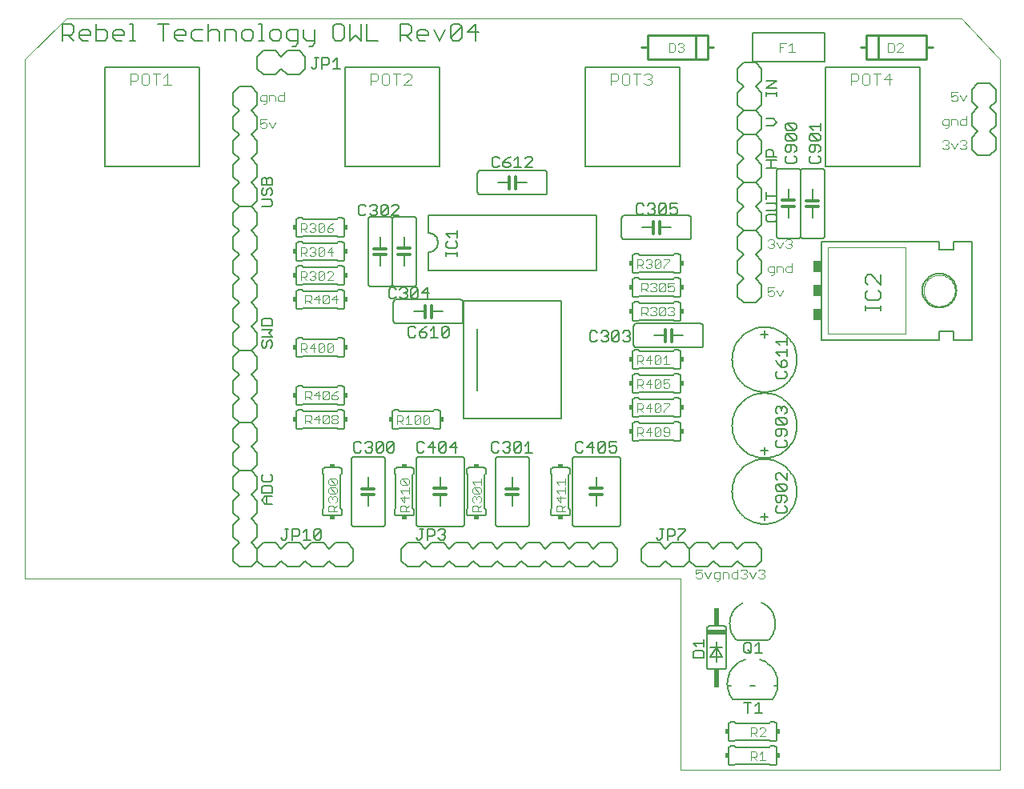
<source format=gto>
G75*
%MOIN*%
%OFA0B0*%
%FSLAX24Y24*%
%IPPOS*%
%LPD*%
%AMOC8*
5,1,8,0,0,1.08239X$1,22.5*
%
%ADD10C,0.0010*%
%ADD11C,0.0030*%
%ADD12C,0.0060*%
%ADD13C,0.0080*%
%ADD14C,0.0050*%
%ADD15C,0.0040*%
%ADD16C,0.0100*%
%ADD17R,0.0150X0.0200*%
%ADD18R,0.0800X0.0200*%
%ADD19R,0.0200X0.0750*%
%ADD20C,0.0020*%
%ADD21R,0.0350X0.0500*%
%ADD22C,0.0000*%
%ADD23C,0.0070*%
%ADD24C,0.0120*%
%ADD25R,0.0200X0.0150*%
D10*
X006460Y012268D02*
X006460Y033893D01*
X006449Y033893D01*
X008199Y035593D01*
X045445Y035593D01*
X046945Y034018D01*
X047060Y033893D01*
X047060Y004293D01*
X033760Y004293D01*
X033760Y012268D01*
X006460Y012268D01*
D11*
X016336Y031033D02*
X016275Y031095D01*
X016336Y031033D02*
X016460Y031033D01*
X016521Y031095D01*
X016521Y031218D01*
X016460Y031280D01*
X016398Y031280D01*
X016275Y031218D01*
X016275Y031404D01*
X016521Y031404D01*
X016643Y031280D02*
X016766Y031033D01*
X016890Y031280D01*
X016460Y032035D02*
X016521Y032097D01*
X016521Y032405D01*
X016336Y032405D01*
X016275Y032343D01*
X016275Y032220D01*
X016336Y032158D01*
X016521Y032158D01*
X016643Y032158D02*
X016643Y032405D01*
X016828Y032405D01*
X016890Y032343D01*
X016890Y032158D01*
X017011Y032220D02*
X017011Y032343D01*
X017073Y032405D01*
X017258Y032405D01*
X017258Y032529D02*
X017258Y032158D01*
X017073Y032158D01*
X017011Y032220D01*
X016460Y032035D02*
X016398Y032035D01*
X033281Y034208D02*
X033466Y034208D01*
X033528Y034270D01*
X033528Y034517D01*
X033466Y034579D01*
X033281Y034579D01*
X033281Y034208D01*
X033650Y034270D02*
X033711Y034208D01*
X033835Y034208D01*
X033896Y034270D01*
X033896Y034332D01*
X033835Y034393D01*
X033773Y034393D01*
X033835Y034393D02*
X033896Y034455D01*
X033896Y034517D01*
X033835Y034579D01*
X033711Y034579D01*
X033650Y034517D01*
X037906Y034579D02*
X037906Y034208D01*
X037906Y034393D02*
X038030Y034393D01*
X038153Y034579D02*
X037906Y034579D01*
X038275Y034455D02*
X038398Y034579D01*
X038398Y034208D01*
X038275Y034208D02*
X038521Y034208D01*
X042406Y034208D02*
X042591Y034208D01*
X042653Y034270D01*
X042653Y034517D01*
X042591Y034579D01*
X042406Y034579D01*
X042406Y034208D01*
X042775Y034208D02*
X043021Y034455D01*
X043021Y034517D01*
X042960Y034579D01*
X042836Y034579D01*
X042775Y034517D01*
X042775Y034208D02*
X043021Y034208D01*
X045038Y032529D02*
X045038Y032343D01*
X045161Y032405D01*
X045223Y032405D01*
X045285Y032343D01*
X045285Y032220D01*
X045223Y032158D01*
X045100Y032158D01*
X045038Y032220D01*
X045038Y032529D02*
X045285Y032529D01*
X045406Y032405D02*
X045530Y032158D01*
X045653Y032405D01*
X045653Y031529D02*
X045653Y031158D01*
X045468Y031158D01*
X045406Y031220D01*
X045406Y031343D01*
X045468Y031405D01*
X045653Y031405D01*
X045285Y031343D02*
X045285Y031158D01*
X045285Y031343D02*
X045223Y031405D01*
X045038Y031405D01*
X045038Y031158D01*
X044916Y031158D02*
X044731Y031158D01*
X044670Y031220D01*
X044670Y031343D01*
X044731Y031405D01*
X044916Y031405D01*
X044916Y031097D01*
X044855Y031035D01*
X044793Y031035D01*
X044731Y030529D02*
X044855Y030529D01*
X044916Y030467D01*
X044916Y030405D01*
X044855Y030343D01*
X044916Y030282D01*
X044916Y030220D01*
X044855Y030158D01*
X044731Y030158D01*
X044670Y030220D01*
X044793Y030343D02*
X044855Y030343D01*
X045038Y030405D02*
X045161Y030158D01*
X045285Y030405D01*
X045406Y030467D02*
X045468Y030529D01*
X045591Y030529D01*
X045653Y030467D01*
X045653Y030405D01*
X045591Y030343D01*
X045653Y030282D01*
X045653Y030220D01*
X045591Y030158D01*
X045468Y030158D01*
X045406Y030220D01*
X045530Y030343D02*
X045591Y030343D01*
X044731Y030529D02*
X044670Y030467D01*
X038383Y026342D02*
X038383Y026280D01*
X038321Y026218D01*
X038383Y026157D01*
X038383Y026095D01*
X038321Y026033D01*
X038198Y026033D01*
X038136Y026095D01*
X038260Y026218D02*
X038321Y026218D01*
X038383Y026342D02*
X038321Y026404D01*
X038198Y026404D01*
X038136Y026342D01*
X038015Y026280D02*
X037891Y026033D01*
X037768Y026280D01*
X037646Y026280D02*
X037585Y026218D01*
X037646Y026157D01*
X037646Y026095D01*
X037585Y026033D01*
X037461Y026033D01*
X037400Y026095D01*
X037523Y026218D02*
X037585Y026218D01*
X037646Y026280D02*
X037646Y026342D01*
X037585Y026404D01*
X037461Y026404D01*
X037400Y026342D01*
X038383Y025404D02*
X038383Y025033D01*
X038198Y025033D01*
X038136Y025095D01*
X038136Y025218D01*
X038198Y025280D01*
X038383Y025280D01*
X038015Y025218D02*
X038015Y025033D01*
X038015Y025218D02*
X037953Y025280D01*
X037768Y025280D01*
X037768Y025033D01*
X037646Y025033D02*
X037461Y025033D01*
X037400Y025095D01*
X037400Y025218D01*
X037461Y025280D01*
X037646Y025280D01*
X037646Y024972D01*
X037585Y024910D01*
X037523Y024910D01*
X037646Y024404D02*
X037400Y024404D01*
X037400Y024218D01*
X037523Y024280D01*
X037585Y024280D01*
X037646Y024218D01*
X037646Y024095D01*
X037585Y024033D01*
X037461Y024033D01*
X037400Y024095D01*
X037768Y024280D02*
X037891Y024033D01*
X038015Y024280D01*
X037196Y012654D02*
X037258Y012592D01*
X037258Y012530D01*
X037196Y012468D01*
X037258Y012407D01*
X037258Y012345D01*
X037196Y012283D01*
X037073Y012283D01*
X037011Y012345D01*
X037135Y012468D02*
X037196Y012468D01*
X037196Y012654D02*
X037073Y012654D01*
X037011Y012592D01*
X036890Y012530D02*
X036766Y012283D01*
X036643Y012530D01*
X036521Y012530D02*
X036460Y012468D01*
X036521Y012407D01*
X036521Y012345D01*
X036460Y012283D01*
X036336Y012283D01*
X036275Y012345D01*
X036133Y012283D02*
X035948Y012283D01*
X035886Y012345D01*
X035886Y012468D01*
X035948Y012530D01*
X036133Y012530D01*
X036133Y012654D02*
X036133Y012283D01*
X036398Y012468D02*
X036460Y012468D01*
X036521Y012530D02*
X036521Y012592D01*
X036460Y012654D01*
X036336Y012654D01*
X036275Y012592D01*
X035765Y012468D02*
X035765Y012283D01*
X035765Y012468D02*
X035703Y012530D01*
X035518Y012530D01*
X035518Y012283D01*
X035396Y012283D02*
X035211Y012283D01*
X035150Y012345D01*
X035150Y012468D01*
X035211Y012530D01*
X035396Y012530D01*
X035396Y012222D01*
X035335Y012160D01*
X035273Y012160D01*
X034891Y012283D02*
X035015Y012530D01*
X034768Y012530D02*
X034891Y012283D01*
X034646Y012345D02*
X034585Y012283D01*
X034461Y012283D01*
X034400Y012345D01*
X034400Y012468D02*
X034523Y012530D01*
X034585Y012530D01*
X034646Y012468D01*
X034646Y012345D01*
X034400Y012468D02*
X034400Y012654D01*
X034646Y012654D01*
D12*
X037110Y014843D02*
X037410Y014843D01*
X037260Y014693D02*
X037260Y014993D01*
X035910Y015893D02*
X035912Y015966D01*
X035918Y016039D01*
X035928Y016111D01*
X035942Y016183D01*
X035959Y016254D01*
X035981Y016324D01*
X036006Y016393D01*
X036035Y016460D01*
X036067Y016525D01*
X036103Y016589D01*
X036143Y016651D01*
X036185Y016710D01*
X036231Y016767D01*
X036280Y016821D01*
X036332Y016873D01*
X036386Y016922D01*
X036443Y016968D01*
X036502Y017010D01*
X036564Y017050D01*
X036628Y017086D01*
X036693Y017118D01*
X036760Y017147D01*
X036829Y017172D01*
X036899Y017194D01*
X036970Y017211D01*
X037042Y017225D01*
X037114Y017235D01*
X037187Y017241D01*
X037260Y017243D01*
X037333Y017241D01*
X037406Y017235D01*
X037478Y017225D01*
X037550Y017211D01*
X037621Y017194D01*
X037691Y017172D01*
X037760Y017147D01*
X037827Y017118D01*
X037892Y017086D01*
X037956Y017050D01*
X038018Y017010D01*
X038077Y016968D01*
X038134Y016922D01*
X038188Y016873D01*
X038240Y016821D01*
X038289Y016767D01*
X038335Y016710D01*
X038377Y016651D01*
X038417Y016589D01*
X038453Y016525D01*
X038485Y016460D01*
X038514Y016393D01*
X038539Y016324D01*
X038561Y016254D01*
X038578Y016183D01*
X038592Y016111D01*
X038602Y016039D01*
X038608Y015966D01*
X038610Y015893D01*
X038608Y015820D01*
X038602Y015747D01*
X038592Y015675D01*
X038578Y015603D01*
X038561Y015532D01*
X038539Y015462D01*
X038514Y015393D01*
X038485Y015326D01*
X038453Y015261D01*
X038417Y015197D01*
X038377Y015135D01*
X038335Y015076D01*
X038289Y015019D01*
X038240Y014965D01*
X038188Y014913D01*
X038134Y014864D01*
X038077Y014818D01*
X038018Y014776D01*
X037956Y014736D01*
X037892Y014700D01*
X037827Y014668D01*
X037760Y014639D01*
X037691Y014614D01*
X037621Y014592D01*
X037550Y014575D01*
X037478Y014561D01*
X037406Y014551D01*
X037333Y014545D01*
X037260Y014543D01*
X037187Y014545D01*
X037114Y014551D01*
X037042Y014561D01*
X036970Y014575D01*
X036899Y014592D01*
X036829Y014614D01*
X036760Y014639D01*
X036693Y014668D01*
X036628Y014700D01*
X036564Y014736D01*
X036502Y014776D01*
X036443Y014818D01*
X036386Y014864D01*
X036332Y014913D01*
X036280Y014965D01*
X036231Y015019D01*
X036185Y015076D01*
X036143Y015135D01*
X036103Y015197D01*
X036067Y015261D01*
X036035Y015326D01*
X036006Y015393D01*
X035981Y015462D01*
X035959Y015532D01*
X035942Y015603D01*
X035928Y015675D01*
X035918Y015747D01*
X035912Y015820D01*
X035910Y015893D01*
X037260Y017443D02*
X037260Y017743D01*
X037410Y017593D02*
X037110Y017593D01*
X035910Y018643D02*
X035912Y018716D01*
X035918Y018789D01*
X035928Y018861D01*
X035942Y018933D01*
X035959Y019004D01*
X035981Y019074D01*
X036006Y019143D01*
X036035Y019210D01*
X036067Y019275D01*
X036103Y019339D01*
X036143Y019401D01*
X036185Y019460D01*
X036231Y019517D01*
X036280Y019571D01*
X036332Y019623D01*
X036386Y019672D01*
X036443Y019718D01*
X036502Y019760D01*
X036564Y019800D01*
X036628Y019836D01*
X036693Y019868D01*
X036760Y019897D01*
X036829Y019922D01*
X036899Y019944D01*
X036970Y019961D01*
X037042Y019975D01*
X037114Y019985D01*
X037187Y019991D01*
X037260Y019993D01*
X037333Y019991D01*
X037406Y019985D01*
X037478Y019975D01*
X037550Y019961D01*
X037621Y019944D01*
X037691Y019922D01*
X037760Y019897D01*
X037827Y019868D01*
X037892Y019836D01*
X037956Y019800D01*
X038018Y019760D01*
X038077Y019718D01*
X038134Y019672D01*
X038188Y019623D01*
X038240Y019571D01*
X038289Y019517D01*
X038335Y019460D01*
X038377Y019401D01*
X038417Y019339D01*
X038453Y019275D01*
X038485Y019210D01*
X038514Y019143D01*
X038539Y019074D01*
X038561Y019004D01*
X038578Y018933D01*
X038592Y018861D01*
X038602Y018789D01*
X038608Y018716D01*
X038610Y018643D01*
X038608Y018570D01*
X038602Y018497D01*
X038592Y018425D01*
X038578Y018353D01*
X038561Y018282D01*
X038539Y018212D01*
X038514Y018143D01*
X038485Y018076D01*
X038453Y018011D01*
X038417Y017947D01*
X038377Y017885D01*
X038335Y017826D01*
X038289Y017769D01*
X038240Y017715D01*
X038188Y017663D01*
X038134Y017614D01*
X038077Y017568D01*
X038018Y017526D01*
X037956Y017486D01*
X037892Y017450D01*
X037827Y017418D01*
X037760Y017389D01*
X037691Y017364D01*
X037621Y017342D01*
X037550Y017325D01*
X037478Y017311D01*
X037406Y017301D01*
X037333Y017295D01*
X037260Y017293D01*
X037187Y017295D01*
X037114Y017301D01*
X037042Y017311D01*
X036970Y017325D01*
X036899Y017342D01*
X036829Y017364D01*
X036760Y017389D01*
X036693Y017418D01*
X036628Y017450D01*
X036564Y017486D01*
X036502Y017526D01*
X036443Y017568D01*
X036386Y017614D01*
X036332Y017663D01*
X036280Y017715D01*
X036231Y017769D01*
X036185Y017826D01*
X036143Y017885D01*
X036103Y017947D01*
X036067Y018011D01*
X036035Y018076D01*
X036006Y018143D01*
X035981Y018212D01*
X035959Y018282D01*
X035942Y018353D01*
X035928Y018425D01*
X035918Y018497D01*
X035912Y018570D01*
X035910Y018643D01*
X033760Y018693D02*
X033760Y018093D01*
X033758Y018076D01*
X033754Y018059D01*
X033747Y018043D01*
X033737Y018029D01*
X033724Y018016D01*
X033710Y018006D01*
X033694Y017999D01*
X033677Y017995D01*
X033660Y017993D01*
X033510Y017993D01*
X033460Y018043D01*
X032060Y018043D01*
X032010Y017993D01*
X031860Y017993D01*
X031843Y017995D01*
X031826Y017999D01*
X031810Y018006D01*
X031796Y018016D01*
X031783Y018029D01*
X031773Y018043D01*
X031766Y018059D01*
X031762Y018076D01*
X031760Y018093D01*
X031760Y018693D01*
X031762Y018710D01*
X031766Y018727D01*
X031773Y018743D01*
X031783Y018757D01*
X031796Y018770D01*
X031810Y018780D01*
X031826Y018787D01*
X031843Y018791D01*
X031860Y018793D01*
X032010Y018793D01*
X032060Y018743D01*
X033460Y018743D01*
X033510Y018793D01*
X033660Y018793D01*
X033677Y018791D01*
X033694Y018787D01*
X033710Y018780D01*
X033724Y018770D01*
X033737Y018757D01*
X033747Y018743D01*
X033754Y018727D01*
X033758Y018710D01*
X033760Y018693D01*
X033660Y018993D02*
X033510Y018993D01*
X033460Y019043D01*
X032060Y019043D01*
X032010Y018993D01*
X031860Y018993D01*
X031843Y018995D01*
X031826Y018999D01*
X031810Y019006D01*
X031796Y019016D01*
X031783Y019029D01*
X031773Y019043D01*
X031766Y019059D01*
X031762Y019076D01*
X031760Y019093D01*
X031760Y019693D01*
X031762Y019710D01*
X031766Y019727D01*
X031773Y019743D01*
X031783Y019757D01*
X031796Y019770D01*
X031810Y019780D01*
X031826Y019787D01*
X031843Y019791D01*
X031860Y019793D01*
X032010Y019793D01*
X032060Y019743D01*
X033460Y019743D01*
X033510Y019793D01*
X033660Y019793D01*
X033677Y019791D01*
X033694Y019787D01*
X033710Y019780D01*
X033724Y019770D01*
X033737Y019757D01*
X033747Y019743D01*
X033754Y019727D01*
X033758Y019710D01*
X033760Y019693D01*
X033760Y019093D01*
X033758Y019076D01*
X033754Y019059D01*
X033747Y019043D01*
X033737Y019029D01*
X033724Y019016D01*
X033710Y019006D01*
X033694Y018999D01*
X033677Y018995D01*
X033660Y018993D01*
X033660Y019993D02*
X033510Y019993D01*
X033460Y020043D01*
X032060Y020043D01*
X032010Y019993D01*
X031860Y019993D01*
X031843Y019995D01*
X031826Y019999D01*
X031810Y020006D01*
X031796Y020016D01*
X031783Y020029D01*
X031773Y020043D01*
X031766Y020059D01*
X031762Y020076D01*
X031760Y020093D01*
X031760Y020693D01*
X031762Y020710D01*
X031766Y020727D01*
X031773Y020743D01*
X031783Y020757D01*
X031796Y020770D01*
X031810Y020780D01*
X031826Y020787D01*
X031843Y020791D01*
X031860Y020793D01*
X032010Y020793D01*
X032060Y020743D01*
X033460Y020743D01*
X033510Y020793D01*
X033660Y020793D01*
X033677Y020791D01*
X033694Y020787D01*
X033710Y020780D01*
X033724Y020770D01*
X033737Y020757D01*
X033747Y020743D01*
X033754Y020727D01*
X033758Y020710D01*
X033760Y020693D01*
X033760Y020093D01*
X033758Y020076D01*
X033754Y020059D01*
X033747Y020043D01*
X033737Y020029D01*
X033724Y020016D01*
X033710Y020006D01*
X033694Y019999D01*
X033677Y019995D01*
X033660Y019993D01*
X033660Y020993D02*
X033510Y020993D01*
X033460Y021043D01*
X032060Y021043D01*
X032010Y020993D01*
X031860Y020993D01*
X031843Y020995D01*
X031826Y020999D01*
X031810Y021006D01*
X031796Y021016D01*
X031783Y021029D01*
X031773Y021043D01*
X031766Y021059D01*
X031762Y021076D01*
X031760Y021093D01*
X031760Y021693D01*
X031762Y021710D01*
X031766Y021727D01*
X031773Y021743D01*
X031783Y021757D01*
X031796Y021770D01*
X031810Y021780D01*
X031826Y021787D01*
X031843Y021791D01*
X031860Y021793D01*
X032010Y021793D01*
X032060Y021743D01*
X033460Y021743D01*
X033510Y021793D01*
X033660Y021793D01*
X033677Y021791D01*
X033694Y021787D01*
X033710Y021780D01*
X033724Y021770D01*
X033737Y021757D01*
X033747Y021743D01*
X033754Y021727D01*
X033758Y021710D01*
X033760Y021693D01*
X033760Y021093D01*
X033758Y021076D01*
X033754Y021059D01*
X033747Y021043D01*
X033737Y021029D01*
X033724Y021016D01*
X033710Y021006D01*
X033694Y020999D01*
X033677Y020995D01*
X033660Y020993D01*
X034610Y021893D02*
X031910Y021893D01*
X031893Y021895D01*
X031876Y021899D01*
X031860Y021906D01*
X031846Y021916D01*
X031833Y021929D01*
X031823Y021943D01*
X031816Y021959D01*
X031812Y021976D01*
X031810Y021993D01*
X031810Y022793D01*
X031812Y022810D01*
X031816Y022827D01*
X031823Y022843D01*
X031833Y022857D01*
X031846Y022870D01*
X031860Y022880D01*
X031876Y022887D01*
X031893Y022891D01*
X031910Y022893D01*
X034610Y022893D01*
X034627Y022891D01*
X034644Y022887D01*
X034660Y022880D01*
X034674Y022870D01*
X034687Y022857D01*
X034697Y022843D01*
X034704Y022827D01*
X034708Y022810D01*
X034710Y022793D01*
X034710Y021993D01*
X034708Y021976D01*
X034704Y021959D01*
X034697Y021943D01*
X034687Y021929D01*
X034674Y021916D01*
X034660Y021906D01*
X034644Y021899D01*
X034627Y021895D01*
X034610Y021893D01*
X033860Y022393D02*
X033390Y022393D01*
X033140Y022393D02*
X032660Y022393D01*
X032060Y023043D02*
X033460Y023043D01*
X033510Y022993D01*
X033660Y022993D01*
X033677Y022995D01*
X033694Y022999D01*
X033710Y023006D01*
X033724Y023016D01*
X033737Y023029D01*
X033747Y023043D01*
X033754Y023059D01*
X033758Y023076D01*
X033760Y023093D01*
X033760Y023693D01*
X033758Y023710D01*
X033754Y023727D01*
X033747Y023743D01*
X033737Y023757D01*
X033724Y023770D01*
X033710Y023780D01*
X033694Y023787D01*
X033677Y023791D01*
X033660Y023793D01*
X033510Y023793D01*
X033460Y023743D01*
X032060Y023743D01*
X032010Y023793D01*
X031860Y023793D01*
X031843Y023791D01*
X031826Y023787D01*
X031810Y023780D01*
X031796Y023770D01*
X031783Y023757D01*
X031773Y023743D01*
X031766Y023727D01*
X031762Y023710D01*
X031760Y023693D01*
X031760Y023093D01*
X031762Y023076D01*
X031766Y023059D01*
X031773Y023043D01*
X031783Y023029D01*
X031796Y023016D01*
X031810Y023006D01*
X031826Y022999D01*
X031843Y022995D01*
X031860Y022993D01*
X032010Y022993D01*
X032060Y023043D01*
X032010Y023993D02*
X031860Y023993D01*
X031843Y023995D01*
X031826Y023999D01*
X031810Y024006D01*
X031796Y024016D01*
X031783Y024029D01*
X031773Y024043D01*
X031766Y024059D01*
X031762Y024076D01*
X031760Y024093D01*
X031760Y024693D01*
X031762Y024710D01*
X031766Y024727D01*
X031773Y024743D01*
X031783Y024757D01*
X031796Y024770D01*
X031810Y024780D01*
X031826Y024787D01*
X031843Y024791D01*
X031860Y024793D01*
X032010Y024793D01*
X032060Y024743D01*
X033460Y024743D01*
X033510Y024793D01*
X033660Y024793D01*
X033677Y024791D01*
X033694Y024787D01*
X033710Y024780D01*
X033724Y024770D01*
X033737Y024757D01*
X033747Y024743D01*
X033754Y024727D01*
X033758Y024710D01*
X033760Y024693D01*
X033760Y024093D01*
X033758Y024076D01*
X033754Y024059D01*
X033747Y024043D01*
X033737Y024029D01*
X033724Y024016D01*
X033710Y024006D01*
X033694Y023999D01*
X033677Y023995D01*
X033660Y023993D01*
X033510Y023993D01*
X033460Y024043D01*
X032060Y024043D01*
X032010Y023993D01*
X032010Y024993D02*
X031860Y024993D01*
X031843Y024995D01*
X031826Y024999D01*
X031810Y025006D01*
X031796Y025016D01*
X031783Y025029D01*
X031773Y025043D01*
X031766Y025059D01*
X031762Y025076D01*
X031760Y025093D01*
X031760Y025693D01*
X031762Y025710D01*
X031766Y025727D01*
X031773Y025743D01*
X031783Y025757D01*
X031796Y025770D01*
X031810Y025780D01*
X031826Y025787D01*
X031843Y025791D01*
X031860Y025793D01*
X032010Y025793D01*
X032060Y025743D01*
X033460Y025743D01*
X033510Y025793D01*
X033660Y025793D01*
X033677Y025791D01*
X033694Y025787D01*
X033710Y025780D01*
X033724Y025770D01*
X033737Y025757D01*
X033747Y025743D01*
X033754Y025727D01*
X033758Y025710D01*
X033760Y025693D01*
X033760Y025093D01*
X033758Y025076D01*
X033754Y025059D01*
X033747Y025043D01*
X033737Y025029D01*
X033724Y025016D01*
X033710Y025006D01*
X033694Y024999D01*
X033677Y024995D01*
X033660Y024993D01*
X033510Y024993D01*
X033460Y025043D01*
X032060Y025043D01*
X032010Y024993D01*
X031410Y026393D02*
X034110Y026393D01*
X034127Y026395D01*
X034144Y026399D01*
X034160Y026406D01*
X034174Y026416D01*
X034187Y026429D01*
X034197Y026443D01*
X034204Y026459D01*
X034208Y026476D01*
X034210Y026493D01*
X034210Y027293D01*
X034208Y027310D01*
X034204Y027327D01*
X034197Y027343D01*
X034187Y027357D01*
X034174Y027370D01*
X034160Y027380D01*
X034144Y027387D01*
X034127Y027391D01*
X034110Y027393D01*
X031410Y027393D01*
X031393Y027391D01*
X031376Y027387D01*
X031360Y027380D01*
X031346Y027370D01*
X031333Y027357D01*
X031323Y027343D01*
X031316Y027327D01*
X031312Y027310D01*
X031310Y027293D01*
X031310Y026493D01*
X031312Y026476D01*
X031316Y026459D01*
X031323Y026443D01*
X031333Y026429D01*
X031346Y026416D01*
X031360Y026406D01*
X031376Y026399D01*
X031393Y026395D01*
X031410Y026393D01*
X032160Y026893D02*
X032640Y026893D01*
X032890Y026893D02*
X033360Y026893D01*
X030260Y027418D02*
X030260Y025118D01*
X023260Y025118D01*
X023260Y025868D01*
X023299Y025870D01*
X023338Y025876D01*
X023376Y025885D01*
X023413Y025898D01*
X023449Y025915D01*
X023482Y025935D01*
X023514Y025959D01*
X023543Y025985D01*
X023569Y026014D01*
X023593Y026046D01*
X023613Y026079D01*
X023630Y026115D01*
X023643Y026152D01*
X023652Y026190D01*
X023658Y026229D01*
X023660Y026268D01*
X023658Y026307D01*
X023652Y026346D01*
X023643Y026384D01*
X023630Y026421D01*
X023613Y026457D01*
X023593Y026490D01*
X023569Y026522D01*
X023543Y026551D01*
X023514Y026577D01*
X023482Y026601D01*
X023449Y026621D01*
X023413Y026638D01*
X023376Y026651D01*
X023338Y026660D01*
X023299Y026666D01*
X023260Y026668D01*
X023260Y027418D01*
X030260Y027418D01*
X028210Y028368D02*
X028210Y029168D01*
X028208Y029185D01*
X028204Y029202D01*
X028197Y029218D01*
X028187Y029232D01*
X028174Y029245D01*
X028160Y029255D01*
X028144Y029262D01*
X028127Y029266D01*
X028110Y029268D01*
X025410Y029268D01*
X025393Y029266D01*
X025376Y029262D01*
X025360Y029255D01*
X025346Y029245D01*
X025333Y029232D01*
X025323Y029218D01*
X025316Y029202D01*
X025312Y029185D01*
X025310Y029168D01*
X025310Y028368D01*
X025312Y028351D01*
X025316Y028334D01*
X025323Y028318D01*
X025333Y028304D01*
X025346Y028291D01*
X025360Y028281D01*
X025376Y028274D01*
X025393Y028270D01*
X025410Y028268D01*
X028110Y028268D01*
X028127Y028270D01*
X028144Y028274D01*
X028160Y028281D01*
X028174Y028291D01*
X028187Y028304D01*
X028197Y028318D01*
X028204Y028334D01*
X028208Y028351D01*
X028210Y028368D01*
X027360Y028768D02*
X026880Y028768D01*
X026630Y028768D02*
X026160Y028768D01*
X022760Y027243D02*
X022760Y024543D01*
X022758Y024526D01*
X022754Y024509D01*
X022747Y024493D01*
X022737Y024479D01*
X022724Y024466D01*
X022710Y024456D01*
X022694Y024449D01*
X022677Y024445D01*
X022660Y024443D01*
X021860Y024443D01*
X021843Y024445D01*
X021826Y024449D01*
X021810Y024456D01*
X021796Y024466D01*
X021783Y024479D01*
X021773Y024493D01*
X021766Y024509D01*
X021762Y024526D01*
X021760Y024543D01*
X021760Y027243D01*
X021760Y024543D01*
X021758Y024526D01*
X021754Y024509D01*
X021747Y024493D01*
X021737Y024479D01*
X021724Y024466D01*
X021710Y024456D01*
X021694Y024449D01*
X021677Y024445D01*
X021660Y024443D01*
X020860Y024443D01*
X020843Y024445D01*
X020826Y024449D01*
X020810Y024456D01*
X020796Y024466D01*
X020783Y024479D01*
X020773Y024493D01*
X020766Y024509D01*
X020762Y024526D01*
X020760Y024543D01*
X020760Y027243D01*
X020762Y027260D01*
X020766Y027277D01*
X020773Y027293D01*
X020783Y027307D01*
X020796Y027320D01*
X020810Y027330D01*
X020826Y027337D01*
X020843Y027341D01*
X020860Y027343D01*
X021660Y027343D01*
X021677Y027341D01*
X021694Y027337D01*
X021710Y027330D01*
X021724Y027320D01*
X021737Y027307D01*
X021747Y027293D01*
X021754Y027277D01*
X021758Y027260D01*
X021760Y027243D01*
X021762Y027260D01*
X021766Y027277D01*
X021773Y027293D01*
X021783Y027307D01*
X021796Y027320D01*
X021810Y027330D01*
X021826Y027337D01*
X021843Y027341D01*
X021860Y027343D01*
X022660Y027343D01*
X022677Y027341D01*
X022694Y027337D01*
X022710Y027330D01*
X022724Y027320D01*
X022737Y027307D01*
X022747Y027293D01*
X022754Y027277D01*
X022758Y027260D01*
X022760Y027243D01*
X022260Y026493D02*
X022260Y026023D01*
X022260Y025773D02*
X022260Y025293D01*
X021260Y025293D02*
X021260Y025763D01*
X021260Y026013D02*
X021260Y026493D01*
X019760Y026593D02*
X019760Y027193D01*
X019758Y027210D01*
X019754Y027227D01*
X019747Y027243D01*
X019737Y027257D01*
X019724Y027270D01*
X019710Y027280D01*
X019694Y027287D01*
X019677Y027291D01*
X019660Y027293D01*
X019510Y027293D01*
X019460Y027243D01*
X018060Y027243D01*
X018010Y027293D01*
X017860Y027293D01*
X017843Y027291D01*
X017826Y027287D01*
X017810Y027280D01*
X017796Y027270D01*
X017783Y027257D01*
X017773Y027243D01*
X017766Y027227D01*
X017762Y027210D01*
X017760Y027193D01*
X017760Y026593D01*
X017762Y026576D01*
X017766Y026559D01*
X017773Y026543D01*
X017783Y026529D01*
X017796Y026516D01*
X017810Y026506D01*
X017826Y026499D01*
X017843Y026495D01*
X017860Y026493D01*
X018010Y026493D01*
X018060Y026543D01*
X019460Y026543D01*
X019510Y026493D01*
X019660Y026493D01*
X019677Y026495D01*
X019694Y026499D01*
X019710Y026506D01*
X019724Y026516D01*
X019737Y026529D01*
X019747Y026543D01*
X019754Y026559D01*
X019758Y026576D01*
X019760Y026593D01*
X019660Y026293D02*
X019510Y026293D01*
X019460Y026243D01*
X018060Y026243D01*
X018010Y026293D01*
X017860Y026293D01*
X017843Y026291D01*
X017826Y026287D01*
X017810Y026280D01*
X017796Y026270D01*
X017783Y026257D01*
X017773Y026243D01*
X017766Y026227D01*
X017762Y026210D01*
X017760Y026193D01*
X017760Y025593D01*
X017762Y025576D01*
X017766Y025559D01*
X017773Y025543D01*
X017783Y025529D01*
X017796Y025516D01*
X017810Y025506D01*
X017826Y025499D01*
X017843Y025495D01*
X017860Y025493D01*
X018010Y025493D01*
X018060Y025543D01*
X019460Y025543D01*
X019510Y025493D01*
X019660Y025493D01*
X019677Y025495D01*
X019694Y025499D01*
X019710Y025506D01*
X019724Y025516D01*
X019737Y025529D01*
X019747Y025543D01*
X019754Y025559D01*
X019758Y025576D01*
X019760Y025593D01*
X019760Y026193D01*
X019758Y026210D01*
X019754Y026227D01*
X019747Y026243D01*
X019737Y026257D01*
X019724Y026270D01*
X019710Y026280D01*
X019694Y026287D01*
X019677Y026291D01*
X019660Y026293D01*
X019660Y025293D02*
X019510Y025293D01*
X019460Y025243D01*
X018060Y025243D01*
X018010Y025293D01*
X017860Y025293D01*
X017843Y025291D01*
X017826Y025287D01*
X017810Y025280D01*
X017796Y025270D01*
X017783Y025257D01*
X017773Y025243D01*
X017766Y025227D01*
X017762Y025210D01*
X017760Y025193D01*
X017760Y024593D01*
X017762Y024576D01*
X017766Y024559D01*
X017773Y024543D01*
X017783Y024529D01*
X017796Y024516D01*
X017810Y024506D01*
X017826Y024499D01*
X017843Y024495D01*
X017860Y024493D01*
X018010Y024493D01*
X018060Y024543D01*
X019460Y024543D01*
X019510Y024493D01*
X019660Y024493D01*
X019677Y024495D01*
X019694Y024499D01*
X019710Y024506D01*
X019724Y024516D01*
X019737Y024529D01*
X019747Y024543D01*
X019754Y024559D01*
X019758Y024576D01*
X019760Y024593D01*
X019760Y025193D01*
X019758Y025210D01*
X019754Y025227D01*
X019747Y025243D01*
X019737Y025257D01*
X019724Y025270D01*
X019710Y025280D01*
X019694Y025287D01*
X019677Y025291D01*
X019660Y025293D01*
X019660Y024293D02*
X019510Y024293D01*
X019460Y024243D01*
X018060Y024243D01*
X018010Y024293D01*
X017860Y024293D01*
X017843Y024291D01*
X017826Y024287D01*
X017810Y024280D01*
X017796Y024270D01*
X017783Y024257D01*
X017773Y024243D01*
X017766Y024227D01*
X017762Y024210D01*
X017760Y024193D01*
X017760Y023593D01*
X017762Y023576D01*
X017766Y023559D01*
X017773Y023543D01*
X017783Y023529D01*
X017796Y023516D01*
X017810Y023506D01*
X017826Y023499D01*
X017843Y023495D01*
X017860Y023493D01*
X018010Y023493D01*
X018060Y023543D01*
X019460Y023543D01*
X019510Y023493D01*
X019660Y023493D01*
X019677Y023495D01*
X019694Y023499D01*
X019710Y023506D01*
X019724Y023516D01*
X019737Y023529D01*
X019747Y023543D01*
X019754Y023559D01*
X019758Y023576D01*
X019760Y023593D01*
X019760Y024193D01*
X019758Y024210D01*
X019754Y024227D01*
X019747Y024243D01*
X019737Y024257D01*
X019724Y024270D01*
X019710Y024280D01*
X019694Y024287D01*
X019677Y024291D01*
X019660Y024293D01*
X021810Y023793D02*
X021810Y022993D01*
X021812Y022976D01*
X021816Y022959D01*
X021823Y022943D01*
X021833Y022929D01*
X021846Y022916D01*
X021860Y022906D01*
X021876Y022899D01*
X021893Y022895D01*
X021910Y022893D01*
X024610Y022893D01*
X024627Y022895D01*
X024644Y022899D01*
X024660Y022906D01*
X024674Y022916D01*
X024687Y022929D01*
X024697Y022943D01*
X024704Y022959D01*
X024708Y022976D01*
X024710Y022993D01*
X024710Y023793D01*
X024708Y023810D01*
X024704Y023827D01*
X024697Y023843D01*
X024687Y023857D01*
X024674Y023870D01*
X024660Y023880D01*
X024644Y023887D01*
X024627Y023891D01*
X024610Y023893D01*
X021910Y023893D01*
X021893Y023891D01*
X021876Y023887D01*
X021860Y023880D01*
X021846Y023870D01*
X021833Y023857D01*
X021823Y023843D01*
X021816Y023827D01*
X021812Y023810D01*
X021810Y023793D01*
X022660Y023393D02*
X023140Y023393D01*
X023390Y023393D02*
X023860Y023393D01*
X019760Y022193D02*
X019760Y021593D01*
X019758Y021576D01*
X019754Y021559D01*
X019747Y021543D01*
X019737Y021529D01*
X019724Y021516D01*
X019710Y021506D01*
X019694Y021499D01*
X019677Y021495D01*
X019660Y021493D01*
X019510Y021493D01*
X019460Y021543D01*
X018060Y021543D01*
X018010Y021493D01*
X017860Y021493D01*
X017843Y021495D01*
X017826Y021499D01*
X017810Y021506D01*
X017796Y021516D01*
X017783Y021529D01*
X017773Y021543D01*
X017766Y021559D01*
X017762Y021576D01*
X017760Y021593D01*
X017760Y022193D01*
X017762Y022210D01*
X017766Y022227D01*
X017773Y022243D01*
X017783Y022257D01*
X017796Y022270D01*
X017810Y022280D01*
X017826Y022287D01*
X017843Y022291D01*
X017860Y022293D01*
X018010Y022293D01*
X018060Y022243D01*
X019460Y022243D01*
X019510Y022293D01*
X019660Y022293D01*
X019677Y022291D01*
X019694Y022287D01*
X019710Y022280D01*
X019724Y022270D01*
X019737Y022257D01*
X019747Y022243D01*
X019754Y022227D01*
X019758Y022210D01*
X019760Y022193D01*
X019660Y020293D02*
X019510Y020293D01*
X019460Y020243D01*
X018060Y020243D01*
X018010Y020293D01*
X017860Y020293D01*
X017843Y020291D01*
X017826Y020287D01*
X017810Y020280D01*
X017796Y020270D01*
X017783Y020257D01*
X017773Y020243D01*
X017766Y020227D01*
X017762Y020210D01*
X017760Y020193D01*
X017760Y019593D01*
X017762Y019576D01*
X017766Y019559D01*
X017773Y019543D01*
X017783Y019529D01*
X017796Y019516D01*
X017810Y019506D01*
X017826Y019499D01*
X017843Y019495D01*
X017860Y019493D01*
X018010Y019493D01*
X018060Y019543D01*
X019460Y019543D01*
X019510Y019493D01*
X019660Y019493D01*
X019677Y019495D01*
X019694Y019499D01*
X019710Y019506D01*
X019724Y019516D01*
X019737Y019529D01*
X019747Y019543D01*
X019754Y019559D01*
X019758Y019576D01*
X019760Y019593D01*
X019760Y020193D01*
X019758Y020210D01*
X019754Y020227D01*
X019747Y020243D01*
X019737Y020257D01*
X019724Y020270D01*
X019710Y020280D01*
X019694Y020287D01*
X019677Y020291D01*
X019660Y020293D01*
X019660Y019293D02*
X019510Y019293D01*
X019460Y019243D01*
X018060Y019243D01*
X018010Y019293D01*
X017860Y019293D01*
X017843Y019291D01*
X017826Y019287D01*
X017810Y019280D01*
X017796Y019270D01*
X017783Y019257D01*
X017773Y019243D01*
X017766Y019227D01*
X017762Y019210D01*
X017760Y019193D01*
X017760Y018593D01*
X017762Y018576D01*
X017766Y018559D01*
X017773Y018543D01*
X017783Y018529D01*
X017796Y018516D01*
X017810Y018506D01*
X017826Y018499D01*
X017843Y018495D01*
X017860Y018493D01*
X018010Y018493D01*
X018060Y018543D01*
X019460Y018543D01*
X019510Y018493D01*
X019660Y018493D01*
X019677Y018495D01*
X019694Y018499D01*
X019710Y018506D01*
X019724Y018516D01*
X019737Y018529D01*
X019747Y018543D01*
X019754Y018559D01*
X019758Y018576D01*
X019760Y018593D01*
X019760Y019193D01*
X019758Y019210D01*
X019754Y019227D01*
X019747Y019243D01*
X019737Y019257D01*
X019724Y019270D01*
X019710Y019280D01*
X019694Y019287D01*
X019677Y019291D01*
X019660Y019293D01*
X021760Y019193D02*
X021760Y018593D01*
X021762Y018576D01*
X021766Y018559D01*
X021773Y018543D01*
X021783Y018529D01*
X021796Y018516D01*
X021810Y018506D01*
X021826Y018499D01*
X021843Y018495D01*
X021860Y018493D01*
X022010Y018493D01*
X022060Y018543D01*
X023460Y018543D01*
X023510Y018493D01*
X023660Y018493D01*
X023677Y018495D01*
X023694Y018499D01*
X023710Y018506D01*
X023724Y018516D01*
X023737Y018529D01*
X023747Y018543D01*
X023754Y018559D01*
X023758Y018576D01*
X023760Y018593D01*
X023760Y019193D01*
X023758Y019210D01*
X023754Y019227D01*
X023747Y019243D01*
X023737Y019257D01*
X023724Y019270D01*
X023710Y019280D01*
X023694Y019287D01*
X023677Y019291D01*
X023660Y019293D01*
X023510Y019293D01*
X023460Y019243D01*
X022060Y019243D01*
X022010Y019293D01*
X021860Y019293D01*
X021843Y019291D01*
X021826Y019287D01*
X021810Y019280D01*
X021796Y019270D01*
X021783Y019257D01*
X021773Y019243D01*
X021766Y019227D01*
X021762Y019210D01*
X021760Y019193D01*
X021360Y017343D02*
X020160Y017343D01*
X020143Y017341D01*
X020126Y017337D01*
X020110Y017330D01*
X020096Y017320D01*
X020083Y017307D01*
X020073Y017293D01*
X020066Y017277D01*
X020062Y017260D01*
X020060Y017243D01*
X020060Y014543D01*
X020062Y014526D01*
X020066Y014509D01*
X020073Y014493D01*
X020083Y014479D01*
X020096Y014466D01*
X020110Y014456D01*
X020126Y014449D01*
X020143Y014445D01*
X020160Y014443D01*
X021360Y014443D01*
X021377Y014445D01*
X021394Y014449D01*
X021410Y014456D01*
X021424Y014466D01*
X021437Y014479D01*
X021447Y014493D01*
X021454Y014509D01*
X021458Y014526D01*
X021460Y014543D01*
X021460Y017243D01*
X021458Y017260D01*
X021454Y017277D01*
X021447Y017293D01*
X021437Y017307D01*
X021424Y017320D01*
X021410Y017330D01*
X021394Y017337D01*
X021377Y017341D01*
X021360Y017343D01*
X021860Y016793D02*
X021860Y016643D01*
X021910Y016593D01*
X021910Y015193D01*
X021860Y015143D01*
X021860Y014993D01*
X021862Y014976D01*
X021866Y014959D01*
X021873Y014943D01*
X021883Y014929D01*
X021896Y014916D01*
X021910Y014906D01*
X021926Y014899D01*
X021943Y014895D01*
X021960Y014893D01*
X022560Y014893D01*
X022577Y014895D01*
X022594Y014899D01*
X022610Y014906D01*
X022624Y014916D01*
X022637Y014929D01*
X022647Y014943D01*
X022654Y014959D01*
X022658Y014976D01*
X022660Y014993D01*
X022660Y015143D01*
X022610Y015193D01*
X022610Y016593D01*
X022660Y016643D01*
X022660Y016793D01*
X022658Y016810D01*
X022654Y016827D01*
X022647Y016843D01*
X022637Y016857D01*
X022624Y016870D01*
X022610Y016880D01*
X022594Y016887D01*
X022577Y016891D01*
X022560Y016893D01*
X021960Y016893D01*
X021943Y016891D01*
X021926Y016887D01*
X021910Y016880D01*
X021896Y016870D01*
X021883Y016857D01*
X021873Y016843D01*
X021866Y016827D01*
X021862Y016810D01*
X021860Y016793D01*
X022760Y017243D02*
X022760Y014543D01*
X022762Y014526D01*
X022766Y014509D01*
X022773Y014493D01*
X022783Y014479D01*
X022796Y014466D01*
X022810Y014456D01*
X022826Y014449D01*
X022843Y014445D01*
X022860Y014443D01*
X024660Y014443D01*
X024677Y014445D01*
X024694Y014449D01*
X024710Y014456D01*
X024724Y014466D01*
X024737Y014479D01*
X024747Y014493D01*
X024754Y014509D01*
X024758Y014526D01*
X024760Y014543D01*
X024760Y017243D01*
X024758Y017260D01*
X024754Y017277D01*
X024747Y017293D01*
X024737Y017307D01*
X024724Y017320D01*
X024710Y017330D01*
X024694Y017337D01*
X024677Y017341D01*
X024660Y017343D01*
X022860Y017343D01*
X022843Y017341D01*
X022826Y017337D01*
X022810Y017330D01*
X022796Y017320D01*
X022783Y017307D01*
X022773Y017293D01*
X022766Y017277D01*
X022762Y017260D01*
X022760Y017243D01*
X023760Y016493D02*
X023760Y016023D01*
X023760Y015773D02*
X023760Y015293D01*
X024860Y015143D02*
X024860Y014993D01*
X024862Y014976D01*
X024866Y014959D01*
X024873Y014943D01*
X024883Y014929D01*
X024896Y014916D01*
X024910Y014906D01*
X024926Y014899D01*
X024943Y014895D01*
X024960Y014893D01*
X025560Y014893D01*
X025577Y014895D01*
X025594Y014899D01*
X025610Y014906D01*
X025624Y014916D01*
X025637Y014929D01*
X025647Y014943D01*
X025654Y014959D01*
X025658Y014976D01*
X025660Y014993D01*
X025660Y015143D01*
X025610Y015193D01*
X025610Y016593D01*
X025660Y016643D01*
X025660Y016793D01*
X025658Y016810D01*
X025654Y016827D01*
X025647Y016843D01*
X025637Y016857D01*
X025624Y016870D01*
X025610Y016880D01*
X025594Y016887D01*
X025577Y016891D01*
X025560Y016893D01*
X024960Y016893D01*
X024943Y016891D01*
X024926Y016887D01*
X024910Y016880D01*
X024896Y016870D01*
X024883Y016857D01*
X024873Y016843D01*
X024866Y016827D01*
X024862Y016810D01*
X024860Y016793D01*
X024860Y016643D01*
X024910Y016593D01*
X024910Y015193D01*
X024860Y015143D01*
X026060Y014543D02*
X026060Y017243D01*
X026062Y017260D01*
X026066Y017277D01*
X026073Y017293D01*
X026083Y017307D01*
X026096Y017320D01*
X026110Y017330D01*
X026126Y017337D01*
X026143Y017341D01*
X026160Y017343D01*
X027360Y017343D01*
X027377Y017341D01*
X027394Y017337D01*
X027410Y017330D01*
X027424Y017320D01*
X027437Y017307D01*
X027447Y017293D01*
X027454Y017277D01*
X027458Y017260D01*
X027460Y017243D01*
X027460Y014543D01*
X027458Y014526D01*
X027454Y014509D01*
X027447Y014493D01*
X027437Y014479D01*
X027424Y014466D01*
X027410Y014456D01*
X027394Y014449D01*
X027377Y014445D01*
X027360Y014443D01*
X026160Y014443D01*
X026143Y014445D01*
X026126Y014449D01*
X026110Y014456D01*
X026096Y014466D01*
X026083Y014479D01*
X026073Y014493D01*
X026066Y014509D01*
X026062Y014526D01*
X026060Y014543D01*
X026760Y015293D02*
X026760Y015763D01*
X026760Y016013D02*
X026760Y016493D01*
X028360Y016643D02*
X028410Y016593D01*
X028410Y015193D01*
X028360Y015143D01*
X028360Y014993D01*
X028362Y014976D01*
X028366Y014959D01*
X028373Y014943D01*
X028383Y014929D01*
X028396Y014916D01*
X028410Y014906D01*
X028426Y014899D01*
X028443Y014895D01*
X028460Y014893D01*
X029060Y014893D01*
X029077Y014895D01*
X029094Y014899D01*
X029110Y014906D01*
X029124Y014916D01*
X029137Y014929D01*
X029147Y014943D01*
X029154Y014959D01*
X029158Y014976D01*
X029160Y014993D01*
X029160Y015143D01*
X029110Y015193D01*
X029110Y016593D01*
X029160Y016643D01*
X029160Y016793D01*
X029158Y016810D01*
X029154Y016827D01*
X029147Y016843D01*
X029137Y016857D01*
X029124Y016870D01*
X029110Y016880D01*
X029094Y016887D01*
X029077Y016891D01*
X029060Y016893D01*
X028460Y016893D01*
X028443Y016891D01*
X028426Y016887D01*
X028410Y016880D01*
X028396Y016870D01*
X028383Y016857D01*
X028373Y016843D01*
X028366Y016827D01*
X028362Y016810D01*
X028360Y016793D01*
X028360Y016643D01*
X029260Y017243D02*
X029260Y014543D01*
X029262Y014526D01*
X029266Y014509D01*
X029273Y014493D01*
X029283Y014479D01*
X029296Y014466D01*
X029310Y014456D01*
X029326Y014449D01*
X029343Y014445D01*
X029360Y014443D01*
X031160Y014443D01*
X031177Y014445D01*
X031194Y014449D01*
X031210Y014456D01*
X031224Y014466D01*
X031237Y014479D01*
X031247Y014493D01*
X031254Y014509D01*
X031258Y014526D01*
X031260Y014543D01*
X031260Y017243D01*
X031258Y017260D01*
X031254Y017277D01*
X031247Y017293D01*
X031237Y017307D01*
X031224Y017320D01*
X031210Y017330D01*
X031194Y017337D01*
X031177Y017341D01*
X031160Y017343D01*
X029360Y017343D01*
X029343Y017341D01*
X029326Y017337D01*
X029310Y017330D01*
X029296Y017320D01*
X029283Y017307D01*
X029273Y017293D01*
X029266Y017277D01*
X029262Y017260D01*
X029260Y017243D01*
X030260Y016493D02*
X030260Y016023D01*
X030260Y015773D02*
X030260Y015293D01*
X034960Y010293D02*
X035560Y010293D01*
X035577Y010291D01*
X035594Y010287D01*
X035610Y010280D01*
X035624Y010270D01*
X035637Y010257D01*
X035647Y010243D01*
X035654Y010227D01*
X035658Y010210D01*
X035660Y010193D01*
X035660Y008593D01*
X035658Y008576D01*
X035654Y008559D01*
X035647Y008543D01*
X035637Y008529D01*
X035624Y008516D01*
X035610Y008506D01*
X035594Y008499D01*
X035577Y008495D01*
X035560Y008493D01*
X034960Y008493D01*
X034943Y008495D01*
X034926Y008499D01*
X034910Y008506D01*
X034896Y008516D01*
X034883Y008529D01*
X034873Y008543D01*
X034866Y008559D01*
X034862Y008576D01*
X034860Y008593D01*
X034860Y010193D01*
X034862Y010210D01*
X034866Y010227D01*
X034873Y010243D01*
X034883Y010257D01*
X034896Y010270D01*
X034910Y010280D01*
X034926Y010287D01*
X034943Y010291D01*
X034960Y010293D01*
X035260Y009643D02*
X035260Y009393D01*
X035010Y009393D01*
X035260Y009393D02*
X035010Y008993D01*
X035510Y008993D01*
X035260Y009393D01*
X035510Y009393D01*
X035260Y009393D02*
X035260Y008793D01*
X036117Y009693D02*
X037402Y009693D01*
X036118Y009693D02*
X036074Y009736D01*
X036034Y009781D01*
X035996Y009829D01*
X035961Y009879D01*
X035930Y009931D01*
X035902Y009985D01*
X035878Y010041D01*
X035857Y010098D01*
X035840Y010156D01*
X035827Y010216D01*
X035817Y010276D01*
X035812Y010336D01*
X035810Y010397D01*
X035812Y010458D01*
X035818Y010519D01*
X035828Y010579D01*
X035842Y010638D01*
X035860Y010696D01*
X035881Y010753D01*
X035906Y010809D01*
X035934Y010862D01*
X035966Y010914D01*
X036001Y010964D01*
X036039Y011012D01*
X036080Y011056D01*
X036124Y011099D01*
X036170Y011138D01*
X036219Y011174D01*
X036270Y011207D01*
X036324Y011237D01*
X036378Y011263D01*
X037141Y011263D02*
X037195Y011237D01*
X037249Y011207D01*
X037300Y011174D01*
X037349Y011138D01*
X037395Y011099D01*
X037439Y011056D01*
X037480Y011012D01*
X037518Y010964D01*
X037553Y010914D01*
X037585Y010862D01*
X037613Y010809D01*
X037638Y010753D01*
X037659Y010696D01*
X037677Y010638D01*
X037691Y010579D01*
X037701Y010519D01*
X037707Y010458D01*
X037709Y010397D01*
X037707Y010336D01*
X037702Y010276D01*
X037692Y010216D01*
X037679Y010156D01*
X037662Y010098D01*
X037641Y010041D01*
X037617Y009985D01*
X037589Y009931D01*
X037558Y009879D01*
X037523Y009829D01*
X037485Y009781D01*
X037445Y009736D01*
X037401Y009693D01*
X037510Y006293D02*
X037460Y006243D01*
X036060Y006243D01*
X036010Y006293D01*
X035860Y006293D01*
X035843Y006291D01*
X035826Y006287D01*
X035810Y006280D01*
X035796Y006270D01*
X035783Y006257D01*
X035773Y006243D01*
X035766Y006227D01*
X035762Y006210D01*
X035760Y006193D01*
X035760Y005593D01*
X035762Y005576D01*
X035766Y005559D01*
X035773Y005543D01*
X035783Y005529D01*
X035796Y005516D01*
X035810Y005506D01*
X035826Y005499D01*
X035843Y005495D01*
X035860Y005493D01*
X036010Y005493D01*
X036060Y005543D01*
X037460Y005543D01*
X037510Y005493D01*
X037660Y005493D01*
X037677Y005495D01*
X037694Y005499D01*
X037710Y005506D01*
X037724Y005516D01*
X037737Y005529D01*
X037747Y005543D01*
X037754Y005559D01*
X037758Y005576D01*
X037760Y005593D01*
X037760Y006193D01*
X037758Y006210D01*
X037754Y006227D01*
X037747Y006243D01*
X037737Y006257D01*
X037724Y006270D01*
X037710Y006280D01*
X037694Y006287D01*
X037677Y006291D01*
X037660Y006293D01*
X037510Y006293D01*
X037510Y005293D02*
X037460Y005243D01*
X036060Y005243D01*
X036010Y005293D01*
X035860Y005293D01*
X035843Y005291D01*
X035826Y005287D01*
X035810Y005280D01*
X035796Y005270D01*
X035783Y005257D01*
X035773Y005243D01*
X035766Y005227D01*
X035762Y005210D01*
X035760Y005193D01*
X035760Y004593D01*
X035762Y004576D01*
X035766Y004559D01*
X035773Y004543D01*
X035783Y004529D01*
X035796Y004516D01*
X035810Y004506D01*
X035826Y004499D01*
X035843Y004495D01*
X035860Y004493D01*
X036010Y004493D01*
X036060Y004543D01*
X037460Y004543D01*
X037510Y004493D01*
X037660Y004493D01*
X037677Y004495D01*
X037694Y004499D01*
X037710Y004506D01*
X037724Y004516D01*
X037737Y004529D01*
X037747Y004543D01*
X037754Y004559D01*
X037758Y004576D01*
X037760Y004593D01*
X037760Y005193D01*
X037758Y005210D01*
X037754Y005227D01*
X037747Y005243D01*
X037737Y005257D01*
X037724Y005270D01*
X037710Y005280D01*
X037694Y005287D01*
X037677Y005291D01*
X037660Y005293D01*
X037510Y005293D01*
X020760Y015293D02*
X020760Y015763D01*
X020760Y016013D02*
X020760Y016493D01*
X019660Y016643D02*
X019610Y016593D01*
X019610Y015193D01*
X019660Y015143D01*
X019660Y014993D01*
X019658Y014976D01*
X019654Y014959D01*
X019647Y014943D01*
X019637Y014929D01*
X019624Y014916D01*
X019610Y014906D01*
X019594Y014899D01*
X019577Y014895D01*
X019560Y014893D01*
X018960Y014893D01*
X018943Y014895D01*
X018926Y014899D01*
X018910Y014906D01*
X018896Y014916D01*
X018883Y014929D01*
X018873Y014943D01*
X018866Y014959D01*
X018862Y014976D01*
X018860Y014993D01*
X018860Y015143D01*
X018910Y015193D01*
X018910Y016593D01*
X018860Y016643D01*
X018860Y016793D01*
X018862Y016810D01*
X018866Y016827D01*
X018873Y016843D01*
X018883Y016857D01*
X018896Y016870D01*
X018910Y016880D01*
X018926Y016887D01*
X018943Y016891D01*
X018960Y016893D01*
X019560Y016893D01*
X019577Y016891D01*
X019594Y016887D01*
X019610Y016880D01*
X019624Y016870D01*
X019637Y016857D01*
X019647Y016843D01*
X019654Y016827D01*
X019658Y016810D01*
X019660Y016793D01*
X019660Y016643D01*
X035910Y021393D02*
X035912Y021466D01*
X035918Y021539D01*
X035928Y021611D01*
X035942Y021683D01*
X035959Y021754D01*
X035981Y021824D01*
X036006Y021893D01*
X036035Y021960D01*
X036067Y022025D01*
X036103Y022089D01*
X036143Y022151D01*
X036185Y022210D01*
X036231Y022267D01*
X036280Y022321D01*
X036332Y022373D01*
X036386Y022422D01*
X036443Y022468D01*
X036502Y022510D01*
X036564Y022550D01*
X036628Y022586D01*
X036693Y022618D01*
X036760Y022647D01*
X036829Y022672D01*
X036899Y022694D01*
X036970Y022711D01*
X037042Y022725D01*
X037114Y022735D01*
X037187Y022741D01*
X037260Y022743D01*
X037333Y022741D01*
X037406Y022735D01*
X037478Y022725D01*
X037550Y022711D01*
X037621Y022694D01*
X037691Y022672D01*
X037760Y022647D01*
X037827Y022618D01*
X037892Y022586D01*
X037956Y022550D01*
X038018Y022510D01*
X038077Y022468D01*
X038134Y022422D01*
X038188Y022373D01*
X038240Y022321D01*
X038289Y022267D01*
X038335Y022210D01*
X038377Y022151D01*
X038417Y022089D01*
X038453Y022025D01*
X038485Y021960D01*
X038514Y021893D01*
X038539Y021824D01*
X038561Y021754D01*
X038578Y021683D01*
X038592Y021611D01*
X038602Y021539D01*
X038608Y021466D01*
X038610Y021393D01*
X038608Y021320D01*
X038602Y021247D01*
X038592Y021175D01*
X038578Y021103D01*
X038561Y021032D01*
X038539Y020962D01*
X038514Y020893D01*
X038485Y020826D01*
X038453Y020761D01*
X038417Y020697D01*
X038377Y020635D01*
X038335Y020576D01*
X038289Y020519D01*
X038240Y020465D01*
X038188Y020413D01*
X038134Y020364D01*
X038077Y020318D01*
X038018Y020276D01*
X037956Y020236D01*
X037892Y020200D01*
X037827Y020168D01*
X037760Y020139D01*
X037691Y020114D01*
X037621Y020092D01*
X037550Y020075D01*
X037478Y020061D01*
X037406Y020051D01*
X037333Y020045D01*
X037260Y020043D01*
X037187Y020045D01*
X037114Y020051D01*
X037042Y020061D01*
X036970Y020075D01*
X036899Y020092D01*
X036829Y020114D01*
X036760Y020139D01*
X036693Y020168D01*
X036628Y020200D01*
X036564Y020236D01*
X036502Y020276D01*
X036443Y020318D01*
X036386Y020364D01*
X036332Y020413D01*
X036280Y020465D01*
X036231Y020519D01*
X036185Y020576D01*
X036143Y020635D01*
X036103Y020697D01*
X036067Y020761D01*
X036035Y020826D01*
X036006Y020893D01*
X035981Y020962D01*
X035959Y021032D01*
X035942Y021103D01*
X035928Y021175D01*
X035918Y021247D01*
X035912Y021320D01*
X035910Y021393D01*
X037110Y022443D02*
X037410Y022443D01*
X037260Y022593D02*
X037260Y022293D01*
X039635Y022218D02*
X044535Y022218D01*
X044535Y022568D01*
X045135Y022568D01*
X045135Y022218D01*
X045885Y022218D01*
X045885Y026318D01*
X045135Y026318D01*
X045135Y025968D01*
X044535Y025968D01*
X044535Y026318D01*
X039635Y026318D01*
X039635Y022218D01*
X043825Y024268D02*
X043827Y024321D01*
X043833Y024374D01*
X043843Y024426D01*
X043857Y024477D01*
X043874Y024527D01*
X043895Y024576D01*
X043920Y024623D01*
X043948Y024668D01*
X043980Y024711D01*
X044015Y024751D01*
X044052Y024788D01*
X044092Y024823D01*
X044135Y024855D01*
X044180Y024883D01*
X044227Y024908D01*
X044276Y024929D01*
X044326Y024946D01*
X044377Y024960D01*
X044429Y024970D01*
X044482Y024976D01*
X044535Y024978D01*
X044588Y024976D01*
X044641Y024970D01*
X044693Y024960D01*
X044744Y024946D01*
X044794Y024929D01*
X044843Y024908D01*
X044890Y024883D01*
X044935Y024855D01*
X044978Y024823D01*
X045018Y024788D01*
X045055Y024751D01*
X045090Y024711D01*
X045122Y024668D01*
X045150Y024623D01*
X045175Y024576D01*
X045196Y024527D01*
X045213Y024477D01*
X045227Y024426D01*
X045237Y024374D01*
X045243Y024321D01*
X045245Y024268D01*
X045243Y024215D01*
X045237Y024162D01*
X045227Y024110D01*
X045213Y024059D01*
X045196Y024009D01*
X045175Y023960D01*
X045150Y023913D01*
X045122Y023868D01*
X045090Y023825D01*
X045055Y023785D01*
X045018Y023748D01*
X044978Y023713D01*
X044935Y023681D01*
X044890Y023653D01*
X044843Y023628D01*
X044794Y023607D01*
X044744Y023590D01*
X044693Y023576D01*
X044641Y023566D01*
X044588Y023560D01*
X044535Y023558D01*
X044482Y023560D01*
X044429Y023566D01*
X044377Y023576D01*
X044326Y023590D01*
X044276Y023607D01*
X044227Y023628D01*
X044180Y023653D01*
X044135Y023681D01*
X044092Y023713D01*
X044052Y023748D01*
X044015Y023785D01*
X043980Y023825D01*
X043948Y023868D01*
X043920Y023913D01*
X043895Y023960D01*
X043874Y024009D01*
X043857Y024059D01*
X043843Y024110D01*
X043833Y024162D01*
X043827Y024215D01*
X043825Y024268D01*
X039760Y026543D02*
X039760Y029243D01*
X039758Y029260D01*
X039754Y029277D01*
X039747Y029293D01*
X039737Y029307D01*
X039724Y029320D01*
X039710Y029330D01*
X039694Y029337D01*
X039677Y029341D01*
X039660Y029343D01*
X038860Y029343D01*
X038843Y029341D01*
X038826Y029337D01*
X038810Y029330D01*
X038796Y029320D01*
X038783Y029307D01*
X038773Y029293D01*
X038766Y029277D01*
X038762Y029260D01*
X038760Y029243D01*
X038760Y026543D01*
X038760Y029243D01*
X038758Y029260D01*
X038754Y029277D01*
X038747Y029293D01*
X038737Y029307D01*
X038724Y029320D01*
X038710Y029330D01*
X038694Y029337D01*
X038677Y029341D01*
X038660Y029343D01*
X037860Y029343D01*
X037843Y029341D01*
X037826Y029337D01*
X037810Y029330D01*
X037796Y029320D01*
X037783Y029307D01*
X037773Y029293D01*
X037766Y029277D01*
X037762Y029260D01*
X037760Y029243D01*
X037760Y026543D01*
X037762Y026526D01*
X037766Y026509D01*
X037773Y026493D01*
X037783Y026479D01*
X037796Y026466D01*
X037810Y026456D01*
X037826Y026449D01*
X037843Y026445D01*
X037860Y026443D01*
X038660Y026443D01*
X038677Y026445D01*
X038694Y026449D01*
X038710Y026456D01*
X038724Y026466D01*
X038737Y026479D01*
X038747Y026493D01*
X038754Y026509D01*
X038758Y026526D01*
X038760Y026543D01*
X038762Y026526D01*
X038766Y026509D01*
X038773Y026493D01*
X038783Y026479D01*
X038796Y026466D01*
X038810Y026456D01*
X038826Y026449D01*
X038843Y026445D01*
X038860Y026443D01*
X039660Y026443D01*
X039677Y026445D01*
X039694Y026449D01*
X039710Y026456D01*
X039724Y026466D01*
X039737Y026479D01*
X039747Y026493D01*
X039754Y026509D01*
X039758Y026526D01*
X039760Y026543D01*
X039260Y027293D02*
X039260Y027763D01*
X039260Y028013D02*
X039260Y028493D01*
X038260Y028493D02*
X038260Y028023D01*
X038260Y027773D02*
X038260Y027293D01*
X025238Y034673D02*
X025238Y035374D01*
X024888Y035024D01*
X025355Y035024D01*
X024655Y035257D02*
X024655Y034790D01*
X024538Y034673D01*
X024305Y034673D01*
X024188Y034790D01*
X024655Y035257D01*
X024538Y035374D01*
X024305Y035374D01*
X024188Y035257D01*
X024188Y034790D01*
X023955Y035140D02*
X023722Y034673D01*
X023488Y035140D01*
X023256Y035024D02*
X023256Y034907D01*
X022788Y034907D01*
X022788Y034790D02*
X022788Y035024D01*
X022905Y035140D01*
X023139Y035140D01*
X023256Y035024D01*
X023139Y034673D02*
X022905Y034673D01*
X022788Y034790D01*
X022556Y034673D02*
X022322Y034907D01*
X022439Y034907D02*
X022089Y034907D01*
X022089Y034673D02*
X022089Y035374D01*
X022439Y035374D01*
X022556Y035257D01*
X022556Y035024D01*
X022439Y034907D01*
X021156Y034673D02*
X020689Y034673D01*
X020689Y035374D01*
X020456Y035374D02*
X020456Y034673D01*
X020223Y034907D01*
X019989Y034673D01*
X019989Y035374D01*
X019757Y035257D02*
X019640Y035374D01*
X019406Y035374D01*
X019290Y035257D01*
X019290Y034790D01*
X019406Y034673D01*
X019640Y034673D01*
X019757Y034790D01*
X019757Y035257D01*
X018537Y035140D02*
X018537Y034557D01*
X018420Y034440D01*
X018303Y034440D01*
X018187Y034673D02*
X018537Y034673D01*
X018187Y034673D02*
X018070Y034790D01*
X018070Y035140D01*
X017837Y035140D02*
X017837Y034557D01*
X017720Y034440D01*
X017604Y034440D01*
X017487Y034673D02*
X017837Y034673D01*
X017487Y034673D02*
X017370Y034790D01*
X017370Y035024D01*
X017487Y035140D01*
X017837Y035140D01*
X017137Y035024D02*
X017137Y034790D01*
X017021Y034673D01*
X016787Y034673D01*
X016670Y034790D01*
X016670Y035024D01*
X016787Y035140D01*
X017021Y035140D01*
X017137Y035024D01*
X016437Y034673D02*
X016204Y034673D01*
X016321Y034673D02*
X016321Y035374D01*
X016204Y035374D01*
X015854Y035140D02*
X015621Y035140D01*
X015504Y035024D01*
X015504Y034790D01*
X015621Y034673D01*
X015854Y034673D01*
X015971Y034790D01*
X015971Y035024D01*
X015854Y035140D01*
X015271Y035024D02*
X015271Y034673D01*
X015271Y035024D02*
X015155Y035140D01*
X014804Y035140D01*
X014804Y034673D01*
X014571Y034673D02*
X014571Y035024D01*
X014455Y035140D01*
X014221Y035140D01*
X014104Y035024D01*
X013872Y035140D02*
X013521Y035140D01*
X013405Y035024D01*
X013405Y034790D01*
X013521Y034673D01*
X013872Y034673D01*
X014104Y034673D02*
X014104Y035374D01*
X013172Y035024D02*
X013172Y034907D01*
X012705Y034907D01*
X012705Y034790D02*
X012705Y035024D01*
X012822Y035140D01*
X013055Y035140D01*
X013172Y035024D01*
X013055Y034673D02*
X012822Y034673D01*
X012705Y034790D01*
X012239Y034673D02*
X012239Y035374D01*
X012472Y035374D02*
X012005Y035374D01*
X010955Y035374D02*
X010955Y034673D01*
X010839Y034673D02*
X011072Y034673D01*
X010606Y034907D02*
X010606Y035024D01*
X010489Y035140D01*
X010256Y035140D01*
X010139Y035024D01*
X010139Y034790D01*
X010256Y034673D01*
X010489Y034673D01*
X010606Y034907D02*
X010139Y034907D01*
X009906Y034790D02*
X009906Y035024D01*
X009789Y035140D01*
X009439Y035140D01*
X009439Y035374D02*
X009439Y034673D01*
X009789Y034673D01*
X009906Y034790D01*
X009206Y034907D02*
X009206Y035024D01*
X009090Y035140D01*
X008856Y035140D01*
X008739Y035024D01*
X008739Y034790D01*
X008856Y034673D01*
X009090Y034673D01*
X009206Y034907D02*
X008739Y034907D01*
X008507Y035024D02*
X008390Y034907D01*
X008040Y034907D01*
X008273Y034907D02*
X008507Y034673D01*
X008507Y035024D02*
X008507Y035257D01*
X008390Y035374D01*
X008040Y035374D01*
X008040Y034673D01*
X010839Y035374D02*
X010955Y035374D01*
D13*
X009791Y033559D02*
X013728Y033559D01*
X015135Y032518D02*
X015385Y032768D01*
X015885Y032768D01*
X016135Y032518D01*
X016135Y032018D01*
X015885Y031768D01*
X016135Y031518D01*
X016135Y031018D01*
X015885Y030768D01*
X016135Y030518D01*
X016135Y030018D01*
X015885Y029768D01*
X016135Y029518D01*
X016135Y029018D01*
X015885Y028768D01*
X016135Y028518D01*
X016135Y028018D01*
X015885Y027768D01*
X015385Y027768D01*
X015135Y028018D01*
X015135Y028518D01*
X015385Y028768D01*
X015135Y029018D01*
X015135Y029518D01*
X015385Y029768D01*
X015135Y030018D01*
X015135Y030518D01*
X015385Y030768D01*
X015135Y031018D01*
X015135Y031518D01*
X015385Y031768D01*
X015135Y032018D01*
X015135Y032518D01*
X016135Y033518D02*
X016135Y034018D01*
X016385Y034268D01*
X016885Y034268D01*
X017135Y034018D01*
X017385Y034268D01*
X017885Y034268D01*
X018135Y034018D01*
X018135Y033518D01*
X017885Y033268D01*
X017385Y033268D01*
X017135Y033518D01*
X016885Y033268D01*
X016385Y033268D01*
X016135Y033518D01*
X019791Y033559D02*
X023728Y033559D01*
X023728Y029425D02*
X019791Y029425D01*
X016135Y027518D02*
X016135Y027018D01*
X015885Y026768D01*
X016135Y026518D01*
X016135Y026018D01*
X015885Y025768D01*
X016135Y025518D01*
X016135Y025018D01*
X015885Y024768D01*
X016135Y024518D01*
X016135Y024018D01*
X015885Y023768D01*
X016135Y023518D01*
X016135Y023018D01*
X015885Y022768D01*
X016135Y022518D01*
X016135Y022018D01*
X015885Y021768D01*
X015385Y021768D01*
X015135Y021518D01*
X015135Y021018D01*
X015385Y020768D01*
X015135Y020518D01*
X015135Y020018D01*
X015385Y019768D01*
X015135Y019518D01*
X015135Y019018D01*
X015385Y018768D01*
X015885Y018768D01*
X016135Y019018D01*
X016135Y019518D01*
X015885Y019768D01*
X016135Y020018D01*
X016135Y020518D01*
X015885Y020768D01*
X016135Y021018D01*
X016135Y021518D01*
X015885Y021768D01*
X015385Y021768D01*
X015135Y022018D01*
X015135Y022518D01*
X015385Y022768D01*
X015135Y023018D01*
X015135Y023518D01*
X015385Y023768D01*
X015135Y024018D01*
X015135Y024518D01*
X015385Y024768D01*
X015135Y025018D01*
X015135Y025518D01*
X015385Y025768D01*
X015135Y026018D01*
X015135Y026518D01*
X015385Y026768D01*
X015135Y027018D01*
X015135Y027518D01*
X015385Y027768D01*
X015885Y027768D01*
X016135Y027518D01*
X013728Y029425D02*
X009791Y029425D01*
X015385Y018768D02*
X015885Y018768D01*
X016135Y018518D01*
X016135Y018018D01*
X015885Y017768D01*
X016135Y017518D01*
X016135Y017018D01*
X015885Y016768D01*
X015385Y016768D01*
X015135Y017018D01*
X015135Y017518D01*
X015385Y017768D01*
X015135Y018018D01*
X015135Y018518D01*
X015385Y018768D01*
X015385Y016768D02*
X015885Y016768D01*
X016135Y016518D01*
X016135Y016018D01*
X015885Y015768D01*
X016135Y015518D01*
X016135Y015018D01*
X015885Y014768D01*
X016135Y014518D01*
X016135Y014018D01*
X015885Y013768D01*
X016135Y013518D01*
X016135Y013018D01*
X016385Y012768D01*
X016885Y012768D01*
X017135Y013018D01*
X017385Y012768D01*
X017885Y012768D01*
X018135Y013018D01*
X018385Y012768D01*
X018885Y012768D01*
X019135Y013018D01*
X019385Y012768D01*
X019885Y012768D01*
X020135Y013018D01*
X020135Y013518D01*
X019885Y013768D01*
X019385Y013768D01*
X019135Y013518D01*
X018885Y013768D01*
X018385Y013768D01*
X018135Y013518D01*
X017885Y013768D01*
X017385Y013768D01*
X017135Y013518D01*
X016885Y013768D01*
X016385Y013768D01*
X016135Y013518D01*
X016135Y013018D01*
X015885Y012768D01*
X015385Y012768D01*
X015135Y013018D01*
X015135Y013518D01*
X015385Y013768D01*
X015135Y014018D01*
X015135Y014518D01*
X015385Y014768D01*
X015135Y015018D01*
X015135Y015518D01*
X015385Y015768D01*
X015135Y016018D01*
X015135Y016518D01*
X015385Y016768D01*
X022135Y013518D02*
X022135Y013018D01*
X022385Y012768D01*
X022885Y012768D01*
X023135Y013018D01*
X023385Y012768D01*
X023885Y012768D01*
X024135Y013018D01*
X024385Y012768D01*
X024885Y012768D01*
X025135Y013018D01*
X025385Y012768D01*
X025885Y012768D01*
X026135Y013018D01*
X026385Y012768D01*
X026885Y012768D01*
X027135Y013018D01*
X027385Y012768D01*
X027885Y012768D01*
X028135Y013018D01*
X028385Y012768D01*
X028885Y012768D01*
X029135Y013018D01*
X029385Y012768D01*
X029885Y012768D01*
X030135Y013018D01*
X030385Y012768D01*
X030885Y012768D01*
X031135Y013018D01*
X031135Y013518D01*
X030885Y013768D01*
X030385Y013768D01*
X030135Y013518D01*
X029885Y013768D01*
X029385Y013768D01*
X029135Y013518D01*
X028885Y013768D01*
X028385Y013768D01*
X028135Y013518D01*
X027885Y013768D01*
X027385Y013768D01*
X027135Y013518D01*
X026885Y013768D01*
X026385Y013768D01*
X026135Y013518D01*
X025885Y013768D01*
X025385Y013768D01*
X025135Y013518D01*
X024885Y013768D01*
X024385Y013768D01*
X024135Y013518D01*
X023885Y013768D01*
X023385Y013768D01*
X023135Y013518D01*
X022885Y013768D01*
X022385Y013768D01*
X022135Y013518D01*
X032135Y013518D02*
X032135Y013018D01*
X032385Y012768D01*
X032885Y012768D01*
X033135Y013018D01*
X033385Y012768D01*
X033885Y012768D01*
X034135Y013018D01*
X034135Y013518D01*
X033885Y013768D01*
X033385Y013768D01*
X033135Y013518D01*
X032885Y013768D01*
X032385Y013768D01*
X032135Y013518D01*
X034135Y013518D02*
X034135Y013018D01*
X034385Y012768D01*
X034885Y012768D01*
X035135Y013018D01*
X035385Y012768D01*
X035885Y012768D01*
X036135Y013018D01*
X036385Y012768D01*
X036885Y012768D01*
X037135Y013018D01*
X037135Y013518D01*
X036885Y013768D01*
X036385Y013768D01*
X036135Y013518D01*
X035885Y013768D01*
X035385Y013768D01*
X035135Y013518D01*
X034885Y013768D01*
X034385Y013768D01*
X034135Y013518D01*
X036385Y023768D02*
X036135Y024018D01*
X036135Y024518D01*
X036385Y024768D01*
X036135Y025018D01*
X036135Y025518D01*
X036385Y025768D01*
X036135Y026018D01*
X036135Y026518D01*
X036385Y026768D01*
X036885Y026768D01*
X037135Y027018D01*
X037135Y027518D01*
X036885Y027768D01*
X037135Y028018D01*
X037135Y028518D01*
X036885Y028768D01*
X036385Y028768D01*
X036135Y028518D01*
X036135Y028018D01*
X036385Y027768D01*
X036135Y027518D01*
X036135Y027018D01*
X036385Y026768D01*
X036885Y026768D01*
X037135Y026518D01*
X037135Y026018D01*
X036885Y025768D01*
X037135Y025518D01*
X037135Y025018D01*
X036885Y024768D01*
X037135Y024518D01*
X037135Y024018D01*
X036885Y023768D01*
X036385Y023768D01*
X036385Y028768D02*
X036135Y029018D01*
X036135Y029518D01*
X036385Y029768D01*
X036135Y030018D01*
X036135Y030518D01*
X036385Y030768D01*
X036885Y030768D01*
X037135Y031018D01*
X037135Y031518D01*
X036885Y031768D01*
X036385Y031768D01*
X036135Y031518D01*
X036135Y031018D01*
X036385Y030768D01*
X036885Y030768D01*
X037135Y030518D01*
X037135Y030018D01*
X036885Y029768D01*
X037135Y029518D01*
X037135Y029018D01*
X036885Y028768D01*
X036385Y028768D01*
X033728Y029425D02*
X029791Y029425D01*
X029791Y033559D02*
X033728Y033559D01*
X036135Y033518D02*
X036135Y033018D01*
X036385Y032768D01*
X036135Y032518D01*
X036135Y032018D01*
X036385Y031768D01*
X036885Y031768D01*
X037135Y032018D01*
X037135Y032518D01*
X036885Y032768D01*
X037135Y033018D01*
X037135Y033518D01*
X036885Y033768D01*
X036385Y033768D01*
X036135Y033518D01*
X036760Y033793D02*
X036760Y034993D01*
X039760Y034993D01*
X039760Y033793D01*
X036760Y033793D01*
X039791Y033559D02*
X043728Y033559D01*
X045885Y032643D02*
X045885Y032143D01*
X046135Y031893D01*
X045885Y031643D01*
X045885Y031143D01*
X046135Y030893D01*
X045885Y030643D01*
X045885Y030143D01*
X046135Y029893D01*
X046635Y029893D01*
X046885Y030143D01*
X046885Y030643D01*
X046635Y030893D01*
X046885Y031143D01*
X046885Y031643D01*
X046635Y031893D01*
X046885Y032143D01*
X046885Y032643D01*
X046635Y032893D01*
X046135Y032893D01*
X045885Y032643D01*
X043728Y029425D02*
X039791Y029425D01*
D14*
X039791Y033559D01*
X037765Y032995D02*
X037314Y032995D01*
X037314Y032695D02*
X037765Y032995D01*
X037765Y032695D02*
X037314Y032695D01*
X037314Y032538D02*
X037314Y032388D01*
X037314Y032463D02*
X037765Y032463D01*
X037765Y032388D02*
X037765Y032538D01*
X037614Y031439D02*
X037314Y031439D01*
X037614Y031439D02*
X037765Y031288D01*
X037614Y031138D01*
X037314Y031138D01*
X038134Y031175D02*
X038209Y031250D01*
X038509Y030949D01*
X038585Y031025D01*
X038585Y031175D01*
X038509Y031250D01*
X038209Y031250D01*
X038134Y031175D02*
X038134Y031025D01*
X038209Y030949D01*
X038509Y030949D01*
X038509Y030789D02*
X038209Y030789D01*
X038509Y030489D01*
X038585Y030564D01*
X038585Y030714D01*
X038509Y030789D01*
X038209Y030789D02*
X038134Y030714D01*
X038134Y030564D01*
X038209Y030489D01*
X038509Y030489D01*
X038509Y030329D02*
X038209Y030329D01*
X038134Y030254D01*
X038134Y030104D01*
X038209Y030029D01*
X038284Y030029D01*
X038359Y030104D01*
X038359Y030329D01*
X038509Y030329D02*
X038585Y030254D01*
X038585Y030104D01*
X038509Y030029D01*
X038509Y029869D02*
X038585Y029793D01*
X038585Y029643D01*
X038509Y029568D01*
X038209Y029568D01*
X038134Y029643D01*
X038134Y029793D01*
X038209Y029869D01*
X037765Y029849D02*
X037314Y029849D01*
X037314Y030074D01*
X037389Y030149D01*
X037539Y030149D01*
X037614Y030074D01*
X037614Y029849D01*
X037539Y029689D02*
X037539Y029388D01*
X037314Y029388D02*
X037765Y029388D01*
X037765Y029689D02*
X037314Y029689D01*
X037314Y028359D02*
X037314Y028059D01*
X037314Y028209D02*
X037765Y028209D01*
X037689Y027899D02*
X037314Y027899D01*
X037314Y027599D02*
X037689Y027599D01*
X037765Y027674D01*
X037765Y027824D01*
X037689Y027899D01*
X037689Y027439D02*
X037389Y027439D01*
X037314Y027363D01*
X037314Y027213D01*
X037389Y027138D01*
X037689Y027138D01*
X037765Y027213D01*
X037765Y027363D01*
X037689Y027439D01*
X039209Y029568D02*
X039509Y029568D01*
X039585Y029643D01*
X039585Y029793D01*
X039509Y029869D01*
X039509Y030029D02*
X039585Y030104D01*
X039585Y030254D01*
X039509Y030329D01*
X039209Y030329D01*
X039134Y030254D01*
X039134Y030104D01*
X039209Y030029D01*
X039284Y030029D01*
X039359Y030104D01*
X039359Y030329D01*
X039209Y030489D02*
X039134Y030564D01*
X039134Y030714D01*
X039209Y030789D01*
X039509Y030489D01*
X039585Y030564D01*
X039585Y030714D01*
X039509Y030789D01*
X039209Y030789D01*
X039284Y030949D02*
X039134Y031100D01*
X039585Y031100D01*
X039585Y031250D02*
X039585Y030949D01*
X039509Y030489D02*
X039209Y030489D01*
X039209Y029869D02*
X039134Y029793D01*
X039134Y029643D01*
X039209Y029568D01*
X043728Y029425D02*
X043728Y033559D01*
X033728Y033559D02*
X033728Y029425D01*
X033616Y027894D02*
X033316Y027894D01*
X033316Y027668D01*
X033466Y027744D01*
X033541Y027744D01*
X033616Y027668D01*
X033616Y027518D01*
X033541Y027443D01*
X033391Y027443D01*
X033316Y027518D01*
X033156Y027518D02*
X033080Y027443D01*
X032930Y027443D01*
X032855Y027518D01*
X033156Y027819D01*
X033156Y027518D01*
X033156Y027819D02*
X033080Y027894D01*
X032930Y027894D01*
X032855Y027819D01*
X032855Y027518D01*
X032695Y027518D02*
X032620Y027443D01*
X032470Y027443D01*
X032395Y027518D01*
X032235Y027518D02*
X032160Y027443D01*
X032010Y027443D01*
X031935Y027518D01*
X031935Y027819D01*
X032010Y027894D01*
X032160Y027894D01*
X032235Y027819D01*
X032395Y027819D02*
X032470Y027894D01*
X032620Y027894D01*
X032695Y027819D01*
X032695Y027744D01*
X032620Y027668D01*
X032695Y027593D01*
X032695Y027518D01*
X032620Y027668D02*
X032545Y027668D01*
X029791Y029425D02*
X029791Y033559D01*
X027524Y029844D02*
X027374Y029844D01*
X027299Y029769D01*
X027524Y029844D02*
X027599Y029769D01*
X027599Y029694D01*
X027299Y029393D01*
X027599Y029393D01*
X027139Y029393D02*
X026839Y029393D01*
X026989Y029393D02*
X026989Y029844D01*
X026839Y029694D01*
X026679Y029844D02*
X026528Y029769D01*
X026378Y029618D01*
X026604Y029618D01*
X026679Y029543D01*
X026679Y029468D01*
X026604Y029393D01*
X026453Y029393D01*
X026378Y029468D01*
X026378Y029618D01*
X026218Y029468D02*
X026143Y029393D01*
X025993Y029393D01*
X025918Y029468D01*
X025918Y029769D01*
X025993Y029844D01*
X026143Y029844D01*
X026218Y029769D01*
X023728Y029425D02*
X023728Y033559D01*
X019791Y033559D02*
X019791Y029425D01*
X020435Y027844D02*
X020360Y027769D01*
X020360Y027468D01*
X020435Y027393D01*
X020585Y027393D01*
X020660Y027468D01*
X020820Y027468D02*
X020895Y027393D01*
X021045Y027393D01*
X021120Y027468D01*
X021120Y027543D01*
X021045Y027618D01*
X020970Y027618D01*
X021045Y027618D02*
X021120Y027694D01*
X021120Y027769D01*
X021045Y027844D01*
X020895Y027844D01*
X020820Y027769D01*
X020660Y027769D02*
X020585Y027844D01*
X020435Y027844D01*
X021280Y027769D02*
X021355Y027844D01*
X021505Y027844D01*
X021581Y027769D01*
X021280Y027468D01*
X021355Y027393D01*
X021505Y027393D01*
X021581Y027468D01*
X021581Y027769D01*
X021741Y027769D02*
X021816Y027844D01*
X021966Y027844D01*
X022041Y027769D01*
X022041Y027694D01*
X021741Y027393D01*
X022041Y027393D01*
X021280Y027468D02*
X021280Y027769D01*
X024009Y026636D02*
X024159Y026486D01*
X024084Y026325D02*
X024009Y026250D01*
X024009Y026100D01*
X024084Y026025D01*
X024384Y026025D01*
X024460Y026100D01*
X024460Y026250D01*
X024384Y026325D01*
X024460Y026486D02*
X024460Y026786D01*
X024460Y026636D02*
X024009Y026636D01*
X024009Y025868D02*
X024009Y025718D01*
X024009Y025793D02*
X024460Y025793D01*
X024460Y025718D02*
X024460Y025868D01*
X023224Y024394D02*
X022999Y024168D01*
X023299Y024168D01*
X023224Y023943D02*
X023224Y024394D01*
X022839Y024319D02*
X022539Y024018D01*
X022614Y023943D01*
X022764Y023943D01*
X022839Y024018D01*
X022839Y024319D01*
X022764Y024394D01*
X022614Y024394D01*
X022539Y024319D01*
X022539Y024018D01*
X022379Y024018D02*
X022304Y023943D01*
X022153Y023943D01*
X022078Y024018D01*
X021918Y024018D02*
X021843Y023943D01*
X021693Y023943D01*
X021618Y024018D01*
X021618Y024319D01*
X021693Y024394D01*
X021843Y024394D01*
X021918Y024319D01*
X022078Y024319D02*
X022153Y024394D01*
X022304Y024394D01*
X022379Y024319D01*
X022379Y024244D01*
X022304Y024168D01*
X022379Y024093D01*
X022379Y024018D01*
X022304Y024168D02*
X022228Y024168D01*
X022510Y022769D02*
X022435Y022694D01*
X022435Y022393D01*
X022510Y022318D01*
X022660Y022318D01*
X022735Y022393D01*
X022895Y022393D02*
X022895Y022543D01*
X023120Y022543D01*
X023195Y022468D01*
X023195Y022393D01*
X023120Y022318D01*
X022970Y022318D01*
X022895Y022393D01*
X022895Y022543D02*
X023045Y022694D01*
X023195Y022769D01*
X023355Y022619D02*
X023505Y022769D01*
X023505Y022318D01*
X023355Y022318D02*
X023656Y022318D01*
X023816Y022393D02*
X024116Y022694D01*
X024116Y022393D01*
X024041Y022318D01*
X023891Y022318D01*
X023816Y022393D01*
X023816Y022694D01*
X023891Y022769D01*
X024041Y022769D01*
X024116Y022694D01*
X025299Y022681D02*
X025299Y020106D01*
X024732Y018933D02*
X028787Y018933D01*
X028787Y023854D01*
X024732Y023854D01*
X024732Y018933D01*
X024391Y017969D02*
X024166Y017743D01*
X024466Y017743D01*
X024391Y017518D02*
X024391Y017969D01*
X024006Y017894D02*
X024006Y017593D01*
X023930Y017518D01*
X023780Y017518D01*
X023705Y017593D01*
X024006Y017894D01*
X023930Y017969D01*
X023780Y017969D01*
X023705Y017894D01*
X023705Y017593D01*
X023545Y017743D02*
X023245Y017743D01*
X023470Y017969D01*
X023470Y017518D01*
X023085Y017593D02*
X023010Y017518D01*
X022860Y017518D01*
X022785Y017593D01*
X022785Y017894D01*
X022860Y017969D01*
X023010Y017969D01*
X023085Y017894D01*
X021841Y017894D02*
X021841Y017593D01*
X021766Y017518D01*
X021616Y017518D01*
X021541Y017593D01*
X021841Y017894D01*
X021766Y017969D01*
X021616Y017969D01*
X021541Y017894D01*
X021541Y017593D01*
X021381Y017593D02*
X021305Y017518D01*
X021155Y017518D01*
X021080Y017593D01*
X021381Y017894D01*
X021381Y017593D01*
X021381Y017894D02*
X021305Y017969D01*
X021155Y017969D01*
X021080Y017894D01*
X021080Y017593D01*
X020920Y017593D02*
X020845Y017518D01*
X020695Y017518D01*
X020620Y017593D01*
X020460Y017593D02*
X020385Y017518D01*
X020235Y017518D01*
X020160Y017593D01*
X020160Y017894D01*
X020235Y017969D01*
X020385Y017969D01*
X020460Y017894D01*
X020620Y017894D02*
X020695Y017969D01*
X020845Y017969D01*
X020920Y017894D01*
X020920Y017819D01*
X020845Y017743D01*
X020920Y017668D01*
X020920Y017593D01*
X020845Y017743D02*
X020770Y017743D01*
X018736Y014339D02*
X018811Y014264D01*
X018511Y013963D01*
X018586Y013888D01*
X018736Y013888D01*
X018811Y013963D01*
X018811Y014264D01*
X018736Y014339D02*
X018586Y014339D01*
X018511Y014264D01*
X018511Y013963D01*
X018351Y013888D02*
X018050Y013888D01*
X018200Y013888D02*
X018200Y014339D01*
X018050Y014189D01*
X017890Y014264D02*
X017890Y014113D01*
X017815Y014038D01*
X017590Y014038D01*
X017590Y013888D02*
X017590Y014339D01*
X017815Y014339D01*
X017890Y014264D01*
X017430Y014339D02*
X017280Y014339D01*
X017355Y014339D02*
X017355Y013963D01*
X017280Y013888D01*
X017205Y013888D01*
X017130Y013963D01*
X016765Y015388D02*
X016464Y015388D01*
X016314Y015538D01*
X016464Y015689D01*
X016765Y015689D01*
X016765Y015849D02*
X016765Y016074D01*
X016689Y016149D01*
X016389Y016149D01*
X016314Y016074D01*
X016314Y015849D01*
X016765Y015849D01*
X016539Y015689D02*
X016539Y015388D01*
X016389Y016309D02*
X016689Y016309D01*
X016765Y016384D01*
X016765Y016534D01*
X016689Y016609D01*
X016389Y016609D02*
X016314Y016534D01*
X016314Y016384D01*
X016389Y016309D01*
X022755Y013963D02*
X022830Y013888D01*
X022905Y013888D01*
X022980Y013963D01*
X022980Y014339D01*
X022905Y014339D02*
X023055Y014339D01*
X023215Y014339D02*
X023440Y014339D01*
X023515Y014264D01*
X023515Y014113D01*
X023440Y014038D01*
X023215Y014038D01*
X023215Y013888D02*
X023215Y014339D01*
X023675Y014264D02*
X023750Y014339D01*
X023900Y014339D01*
X023976Y014264D01*
X023976Y014189D01*
X023900Y014113D01*
X023976Y014038D01*
X023976Y013963D01*
X023900Y013888D01*
X023750Y013888D01*
X023675Y013963D01*
X023825Y014113D02*
X023900Y014113D01*
X025985Y017518D02*
X026135Y017518D01*
X026210Y017593D01*
X026370Y017593D02*
X026445Y017518D01*
X026595Y017518D01*
X026670Y017593D01*
X026670Y017668D01*
X026595Y017743D01*
X026520Y017743D01*
X026595Y017743D02*
X026670Y017819D01*
X026670Y017894D01*
X026595Y017969D01*
X026445Y017969D01*
X026370Y017894D01*
X026210Y017894D02*
X026135Y017969D01*
X025985Y017969D01*
X025910Y017894D01*
X025910Y017593D01*
X025985Y017518D01*
X026830Y017593D02*
X027131Y017894D01*
X027131Y017593D01*
X027055Y017518D01*
X026905Y017518D01*
X026830Y017593D01*
X026830Y017894D01*
X026905Y017969D01*
X027055Y017969D01*
X027131Y017894D01*
X027291Y017819D02*
X027441Y017969D01*
X027441Y017518D01*
X027291Y017518D02*
X027591Y017518D01*
X029410Y017593D02*
X029485Y017518D01*
X029635Y017518D01*
X029710Y017593D01*
X029870Y017743D02*
X030095Y017969D01*
X030095Y017518D01*
X030170Y017743D02*
X029870Y017743D01*
X029710Y017894D02*
X029635Y017969D01*
X029485Y017969D01*
X029410Y017894D01*
X029410Y017593D01*
X030330Y017593D02*
X030631Y017894D01*
X030631Y017593D01*
X030555Y017518D01*
X030405Y017518D01*
X030330Y017593D01*
X030330Y017894D01*
X030405Y017969D01*
X030555Y017969D01*
X030631Y017894D01*
X030791Y017969D02*
X030791Y017743D01*
X030941Y017819D01*
X031016Y017819D01*
X031091Y017743D01*
X031091Y017593D01*
X031016Y017518D01*
X030866Y017518D01*
X030791Y017593D01*
X030791Y017969D02*
X031091Y017969D01*
X032905Y014339D02*
X033055Y014339D01*
X032980Y014339D02*
X032980Y013963D01*
X032905Y013888D01*
X032830Y013888D01*
X032755Y013963D01*
X033215Y013888D02*
X033215Y014339D01*
X033440Y014339D01*
X033515Y014264D01*
X033515Y014113D01*
X033440Y014038D01*
X033215Y014038D01*
X033675Y013963D02*
X033976Y014264D01*
X033976Y014339D01*
X033675Y014339D01*
X033675Y013963D02*
X033675Y013888D01*
X037734Y015068D02*
X037809Y014993D01*
X038109Y014993D01*
X038185Y015068D01*
X038185Y015218D01*
X038109Y015294D01*
X038109Y015454D02*
X038185Y015529D01*
X038185Y015679D01*
X038109Y015754D01*
X037809Y015754D01*
X037734Y015679D01*
X037734Y015529D01*
X037809Y015454D01*
X037884Y015454D01*
X037959Y015529D01*
X037959Y015754D01*
X037809Y015914D02*
X037734Y015989D01*
X037734Y016139D01*
X037809Y016214D01*
X038109Y015914D01*
X038185Y015989D01*
X038185Y016139D01*
X038109Y016214D01*
X037809Y016214D01*
X037809Y016374D02*
X037734Y016450D01*
X037734Y016600D01*
X037809Y016675D01*
X037884Y016675D01*
X038185Y016374D01*
X038185Y016675D01*
X038109Y015914D02*
X037809Y015914D01*
X037809Y015294D02*
X037734Y015218D01*
X037734Y015068D01*
X037809Y017743D02*
X038109Y017743D01*
X038185Y017818D01*
X038185Y017968D01*
X038109Y018044D01*
X038109Y018204D02*
X038185Y018279D01*
X038185Y018429D01*
X038109Y018504D01*
X037809Y018504D01*
X037734Y018429D01*
X037734Y018279D01*
X037809Y018204D01*
X037884Y018204D01*
X037959Y018279D01*
X037959Y018504D01*
X038109Y018664D02*
X037809Y018664D01*
X037734Y018739D01*
X037734Y018889D01*
X037809Y018964D01*
X038109Y018664D01*
X038185Y018739D01*
X038185Y018889D01*
X038109Y018964D01*
X037809Y018964D01*
X037809Y019124D02*
X037734Y019200D01*
X037734Y019350D01*
X037809Y019425D01*
X037884Y019425D01*
X037959Y019350D01*
X038034Y019425D01*
X038109Y019425D01*
X038185Y019350D01*
X038185Y019200D01*
X038109Y019124D01*
X037959Y019275D02*
X037959Y019350D01*
X037809Y020618D02*
X038109Y020618D01*
X038185Y020693D01*
X038185Y020843D01*
X038109Y020919D01*
X038109Y021079D02*
X038185Y021154D01*
X038185Y021304D01*
X038109Y021379D01*
X038034Y021379D01*
X037959Y021304D01*
X037959Y021079D01*
X038109Y021079D01*
X037959Y021079D02*
X037809Y021229D01*
X037734Y021379D01*
X037884Y021539D02*
X037734Y021689D01*
X038185Y021689D01*
X038185Y021539D02*
X038185Y021839D01*
X038185Y021999D02*
X038185Y022300D01*
X038185Y022150D02*
X037734Y022150D01*
X037884Y021999D01*
X037809Y020919D02*
X037734Y020843D01*
X037734Y020693D01*
X037809Y020618D01*
X037809Y018044D02*
X037734Y017968D01*
X037734Y017818D01*
X037809Y017743D01*
X031666Y022218D02*
X031591Y022143D01*
X031441Y022143D01*
X031366Y022218D01*
X031206Y022218D02*
X031130Y022143D01*
X030980Y022143D01*
X030905Y022218D01*
X031206Y022519D01*
X031206Y022218D01*
X031206Y022519D02*
X031130Y022594D01*
X030980Y022594D01*
X030905Y022519D01*
X030905Y022218D01*
X030745Y022218D02*
X030670Y022143D01*
X030520Y022143D01*
X030445Y022218D01*
X030285Y022218D02*
X030210Y022143D01*
X030060Y022143D01*
X029985Y022218D01*
X029985Y022519D01*
X030060Y022594D01*
X030210Y022594D01*
X030285Y022519D01*
X030445Y022519D02*
X030520Y022594D01*
X030670Y022594D01*
X030745Y022519D01*
X030745Y022444D01*
X030670Y022368D01*
X030745Y022293D01*
X030745Y022218D01*
X030670Y022368D02*
X030595Y022368D01*
X031366Y022519D02*
X031441Y022594D01*
X031591Y022594D01*
X031666Y022519D01*
X031666Y022444D01*
X031591Y022368D01*
X031666Y022293D01*
X031666Y022218D01*
X031591Y022368D02*
X031516Y022368D01*
X022735Y022694D02*
X022660Y022769D01*
X022510Y022769D01*
X016765Y022809D02*
X016765Y023034D01*
X016689Y023109D01*
X016389Y023109D01*
X016314Y023034D01*
X016314Y022809D01*
X016765Y022809D01*
X016765Y022649D02*
X016314Y022649D01*
X016314Y022349D02*
X016765Y022349D01*
X016614Y022499D01*
X016765Y022649D01*
X016689Y022189D02*
X016765Y022113D01*
X016765Y021963D01*
X016689Y021888D01*
X016539Y021963D02*
X016539Y022113D01*
X016614Y022189D01*
X016689Y022189D01*
X016539Y021963D02*
X016464Y021888D01*
X016389Y021888D01*
X016314Y021963D01*
X016314Y022113D01*
X016389Y022189D01*
X016314Y027763D02*
X016689Y027763D01*
X016765Y027838D01*
X016765Y027988D01*
X016689Y028064D01*
X016314Y028064D01*
X016389Y028224D02*
X016464Y028224D01*
X016539Y028299D01*
X016539Y028449D01*
X016614Y028524D01*
X016689Y028524D01*
X016765Y028449D01*
X016765Y028299D01*
X016689Y028224D01*
X016389Y028224D02*
X016314Y028299D01*
X016314Y028449D01*
X016389Y028524D01*
X016314Y028684D02*
X016314Y028909D01*
X016389Y028984D01*
X016464Y028984D01*
X016539Y028909D01*
X016539Y028684D01*
X016314Y028684D02*
X016765Y028684D01*
X016765Y028909D01*
X016689Y028984D01*
X016614Y028984D01*
X016539Y028909D01*
X013728Y029425D02*
X013728Y033559D01*
X009791Y033559D02*
X009791Y029425D01*
X018380Y033588D02*
X018455Y033513D01*
X018530Y033513D01*
X018605Y033588D01*
X018605Y033964D01*
X018530Y033964D02*
X018680Y033964D01*
X018840Y033964D02*
X019065Y033964D01*
X019140Y033889D01*
X019140Y033738D01*
X019065Y033663D01*
X018840Y033663D01*
X018840Y033513D02*
X018840Y033964D01*
X019300Y033814D02*
X019450Y033964D01*
X019450Y033513D01*
X019300Y033513D02*
X019601Y033513D01*
X034284Y009583D02*
X034735Y009583D01*
X034735Y009433D02*
X034735Y009733D01*
X034434Y009433D02*
X034284Y009583D01*
X034359Y009273D02*
X034284Y009198D01*
X034284Y008973D01*
X034735Y008973D01*
X034735Y009198D01*
X034659Y009273D01*
X034359Y009273D01*
X035714Y007793D02*
X035872Y007793D01*
X035935Y007243D02*
X037584Y007243D01*
X037647Y007793D02*
X037805Y007793D01*
X036872Y007793D02*
X036647Y007793D01*
X035935Y007243D02*
X035900Y007291D01*
X035867Y007341D01*
X035836Y007393D01*
X035809Y007447D01*
X035785Y007502D01*
X035765Y007559D01*
X035747Y007616D01*
X035733Y007674D01*
X035722Y007733D01*
X035715Y007793D01*
X036410Y007119D02*
X036710Y007119D01*
X036560Y007119D02*
X036560Y006668D01*
X036870Y006668D02*
X037170Y006668D01*
X037020Y006668D02*
X037020Y007119D01*
X036870Y006969D01*
X037585Y007243D02*
X037622Y007294D01*
X037657Y007347D01*
X037689Y007403D01*
X037717Y007460D01*
X037741Y007519D01*
X037762Y007579D01*
X037779Y007640D01*
X037793Y007702D01*
X037802Y007765D01*
X037808Y007828D01*
X037810Y007892D01*
X037808Y007956D01*
X037802Y008019D01*
X037793Y008082D01*
X037780Y008144D01*
X037762Y008205D01*
X037742Y008265D01*
X037717Y008324D01*
X037690Y008381D01*
X037658Y008437D01*
X037624Y008490D01*
X037586Y008541D01*
X037545Y008590D01*
X037501Y008636D01*
X037455Y008680D01*
X037406Y008721D01*
X037355Y008758D01*
X037301Y008793D01*
X037246Y008824D01*
X037189Y008852D01*
X037130Y008876D01*
X037070Y008896D01*
X037020Y009168D02*
X037020Y009619D01*
X036870Y009469D01*
X036710Y009544D02*
X036635Y009619D01*
X036485Y009619D01*
X036410Y009544D01*
X036410Y009243D01*
X036485Y009168D01*
X036635Y009168D01*
X036710Y009243D01*
X036710Y009544D01*
X036560Y009318D02*
X036710Y009168D01*
X036870Y009168D02*
X037170Y009168D01*
X036450Y008896D02*
X036391Y008876D01*
X036334Y008853D01*
X036277Y008826D01*
X036223Y008795D01*
X036170Y008762D01*
X036120Y008725D01*
X036071Y008686D01*
X036026Y008643D01*
X035982Y008598D01*
X035942Y008551D01*
X035904Y008501D01*
X035869Y008449D01*
X035838Y008395D01*
X035810Y008340D01*
X035785Y008283D01*
X035764Y008224D01*
X035746Y008164D01*
X035731Y008103D01*
X035721Y008042D01*
X035714Y007980D01*
X035710Y007918D01*
X035711Y007855D01*
X035715Y007793D01*
D15*
X036683Y006064D02*
X036863Y006064D01*
X036923Y006004D01*
X036923Y005883D01*
X036863Y005823D01*
X036683Y005823D01*
X036683Y005703D02*
X036683Y006064D01*
X036803Y005823D02*
X036923Y005703D01*
X037051Y005703D02*
X037291Y005944D01*
X037291Y006004D01*
X037231Y006064D01*
X037111Y006064D01*
X037051Y006004D01*
X037051Y005703D02*
X037291Y005703D01*
X037171Y005064D02*
X037171Y004703D01*
X037051Y004703D02*
X037291Y004703D01*
X037051Y004944D02*
X037171Y005064D01*
X036923Y005004D02*
X036923Y004883D01*
X036863Y004823D01*
X036683Y004823D01*
X036683Y004703D02*
X036683Y005064D01*
X036863Y005064D01*
X036923Y005004D01*
X036803Y004823D02*
X036923Y004703D01*
X028950Y015080D02*
X028589Y015080D01*
X028589Y015260D01*
X028649Y015320D01*
X028769Y015320D01*
X028829Y015260D01*
X028829Y015080D01*
X028829Y015200D02*
X028950Y015320D01*
X028769Y015448D02*
X028589Y015629D01*
X028950Y015629D01*
X028950Y015817D02*
X028950Y016057D01*
X028950Y015937D02*
X028589Y015937D01*
X028709Y015817D01*
X028769Y015689D02*
X028769Y015448D01*
X028709Y016185D02*
X028589Y016305D01*
X028950Y016305D01*
X028950Y016185D02*
X028950Y016425D01*
X031946Y018203D02*
X031946Y018564D01*
X032126Y018564D01*
X032186Y018504D01*
X032186Y018383D01*
X032126Y018323D01*
X031946Y018323D01*
X032066Y018323D02*
X032186Y018203D01*
X032315Y018383D02*
X032555Y018383D01*
X032683Y018263D02*
X032923Y018504D01*
X032923Y018263D01*
X032863Y018203D01*
X032743Y018203D01*
X032683Y018263D01*
X032683Y018504D01*
X032743Y018564D01*
X032863Y018564D01*
X032923Y018504D01*
X033051Y018504D02*
X033051Y018444D01*
X033111Y018383D01*
X033291Y018383D01*
X033291Y018263D02*
X033291Y018504D01*
X033231Y018564D01*
X033111Y018564D01*
X033051Y018504D01*
X033051Y018263D02*
X033111Y018203D01*
X033231Y018203D01*
X033291Y018263D01*
X032495Y018203D02*
X032495Y018564D01*
X032315Y018383D01*
X032186Y019203D02*
X032066Y019323D01*
X032126Y019323D02*
X031946Y019323D01*
X031946Y019203D02*
X031946Y019564D01*
X032126Y019564D01*
X032186Y019504D01*
X032186Y019383D01*
X032126Y019323D01*
X032315Y019383D02*
X032555Y019383D01*
X032683Y019263D02*
X032923Y019504D01*
X032923Y019263D01*
X032863Y019203D01*
X032743Y019203D01*
X032683Y019263D01*
X032683Y019504D01*
X032743Y019564D01*
X032863Y019564D01*
X032923Y019504D01*
X033051Y019564D02*
X033291Y019564D01*
X033291Y019504D01*
X033051Y019263D01*
X033051Y019203D01*
X032495Y019203D02*
X032495Y019564D01*
X032315Y019383D01*
X032186Y020203D02*
X032066Y020323D01*
X032126Y020323D02*
X031946Y020323D01*
X031946Y020203D02*
X031946Y020564D01*
X032126Y020564D01*
X032186Y020504D01*
X032186Y020383D01*
X032126Y020323D01*
X032315Y020383D02*
X032555Y020383D01*
X032683Y020263D02*
X032923Y020504D01*
X032923Y020263D01*
X032863Y020203D01*
X032743Y020203D01*
X032683Y020263D01*
X032683Y020504D01*
X032743Y020564D01*
X032863Y020564D01*
X032923Y020504D01*
X033051Y020564D02*
X033051Y020383D01*
X033171Y020444D01*
X033231Y020444D01*
X033291Y020383D01*
X033291Y020263D01*
X033231Y020203D01*
X033111Y020203D01*
X033051Y020263D01*
X033051Y020564D02*
X033291Y020564D01*
X033291Y021203D02*
X033051Y021203D01*
X033171Y021203D02*
X033171Y021564D01*
X033051Y021444D01*
X032923Y021504D02*
X032683Y021263D01*
X032743Y021203D01*
X032863Y021203D01*
X032923Y021263D01*
X032923Y021504D01*
X032863Y021564D01*
X032743Y021564D01*
X032683Y021504D01*
X032683Y021263D01*
X032555Y021383D02*
X032315Y021383D01*
X032495Y021564D01*
X032495Y021203D01*
X032186Y021203D02*
X032066Y021323D01*
X032126Y021323D02*
X031946Y021323D01*
X031946Y021203D02*
X031946Y021564D01*
X032126Y021564D01*
X032186Y021504D01*
X032186Y021383D01*
X032126Y021323D01*
X032495Y020564D02*
X032315Y020383D01*
X032495Y020203D02*
X032495Y020564D01*
X032568Y023223D02*
X032508Y023283D01*
X032568Y023223D02*
X032688Y023223D01*
X032748Y023283D01*
X032748Y023343D01*
X032688Y023403D01*
X032628Y023403D01*
X032688Y023403D02*
X032748Y023464D01*
X032748Y023524D01*
X032688Y023584D01*
X032568Y023584D01*
X032508Y023524D01*
X032380Y023524D02*
X032380Y023403D01*
X032320Y023343D01*
X032140Y023343D01*
X032260Y023343D02*
X032380Y023223D01*
X032140Y023223D02*
X032140Y023584D01*
X032320Y023584D01*
X032380Y023524D01*
X032876Y023524D02*
X032876Y023283D01*
X033116Y023524D01*
X033116Y023283D01*
X033056Y023223D01*
X032936Y023223D01*
X032876Y023283D01*
X032876Y023524D02*
X032936Y023584D01*
X033056Y023584D01*
X033116Y023524D01*
X033244Y023524D02*
X033305Y023584D01*
X033425Y023584D01*
X033485Y023524D01*
X033485Y023464D01*
X033425Y023403D01*
X033485Y023343D01*
X033485Y023283D01*
X033425Y023223D01*
X033305Y023223D01*
X033244Y023283D01*
X033365Y023403D02*
X033425Y023403D01*
X033425Y024223D02*
X033305Y024223D01*
X033244Y024283D01*
X033244Y024403D02*
X033365Y024464D01*
X033425Y024464D01*
X033485Y024403D01*
X033485Y024283D01*
X033425Y024223D01*
X033244Y024403D02*
X033244Y024584D01*
X033485Y024584D01*
X033116Y024524D02*
X033056Y024584D01*
X032936Y024584D01*
X032876Y024524D01*
X032876Y024283D01*
X033116Y024524D01*
X033116Y024283D01*
X033056Y024223D01*
X032936Y024223D01*
X032876Y024283D01*
X032748Y024283D02*
X032688Y024223D01*
X032568Y024223D01*
X032508Y024283D01*
X032380Y024223D02*
X032260Y024343D01*
X032320Y024343D02*
X032140Y024343D01*
X032140Y024223D02*
X032140Y024584D01*
X032320Y024584D01*
X032380Y024524D01*
X032380Y024403D01*
X032320Y024343D01*
X032508Y024524D02*
X032568Y024584D01*
X032688Y024584D01*
X032748Y024524D01*
X032748Y024464D01*
X032688Y024403D01*
X032748Y024343D01*
X032748Y024283D01*
X032688Y024403D02*
X032628Y024403D01*
X032743Y025203D02*
X032683Y025263D01*
X032923Y025504D01*
X032923Y025263D01*
X032863Y025203D01*
X032743Y025203D01*
X032683Y025263D02*
X032683Y025504D01*
X032743Y025564D01*
X032863Y025564D01*
X032923Y025504D01*
X033051Y025564D02*
X033291Y025564D01*
X033291Y025504D01*
X033051Y025263D01*
X033051Y025203D01*
X032555Y025263D02*
X032495Y025203D01*
X032375Y025203D01*
X032315Y025263D01*
X032186Y025203D02*
X032066Y025323D01*
X032126Y025323D02*
X031946Y025323D01*
X031946Y025203D02*
X031946Y025564D01*
X032126Y025564D01*
X032186Y025504D01*
X032186Y025383D01*
X032126Y025323D01*
X032315Y025504D02*
X032375Y025564D01*
X032495Y025564D01*
X032555Y025504D01*
X032555Y025444D01*
X032495Y025383D01*
X032555Y025323D01*
X032555Y025263D01*
X032495Y025383D02*
X032435Y025383D01*
X023291Y019004D02*
X023051Y018763D01*
X023111Y018703D01*
X023231Y018703D01*
X023291Y018763D01*
X023291Y019004D01*
X023231Y019064D01*
X023111Y019064D01*
X023051Y019004D01*
X023051Y018763D01*
X022923Y018763D02*
X022863Y018703D01*
X022743Y018703D01*
X022683Y018763D01*
X022923Y019004D01*
X022923Y018763D01*
X022683Y018763D02*
X022683Y019004D01*
X022743Y019064D01*
X022863Y019064D01*
X022923Y019004D01*
X022555Y018703D02*
X022315Y018703D01*
X022435Y018703D02*
X022435Y019064D01*
X022315Y018944D01*
X022186Y019004D02*
X022186Y018883D01*
X022126Y018823D01*
X021946Y018823D01*
X021946Y018703D02*
X021946Y019064D01*
X022126Y019064D01*
X022186Y019004D01*
X022066Y018823D02*
X022186Y018703D01*
X022149Y016425D02*
X022389Y016185D01*
X022450Y016245D01*
X022450Y016365D01*
X022389Y016425D01*
X022149Y016425D01*
X022089Y016365D01*
X022089Y016245D01*
X022149Y016185D01*
X022389Y016185D01*
X022450Y016057D02*
X022450Y015817D01*
X022450Y015937D02*
X022089Y015937D01*
X022209Y015817D01*
X022269Y015689D02*
X022269Y015448D01*
X022089Y015629D01*
X022450Y015629D01*
X022450Y015320D02*
X022329Y015200D01*
X022329Y015260D02*
X022329Y015080D01*
X022450Y015080D02*
X022089Y015080D01*
X022089Y015260D01*
X022149Y015320D01*
X022269Y015320D01*
X022329Y015260D01*
X025089Y015260D02*
X025149Y015320D01*
X025269Y015320D01*
X025329Y015260D01*
X025329Y015080D01*
X025329Y015200D02*
X025450Y015320D01*
X025389Y015448D02*
X025450Y015508D01*
X025450Y015629D01*
X025389Y015689D01*
X025329Y015689D01*
X025269Y015629D01*
X025269Y015568D01*
X025269Y015629D02*
X025209Y015689D01*
X025149Y015689D01*
X025089Y015629D01*
X025089Y015508D01*
X025149Y015448D01*
X025089Y015260D02*
X025089Y015080D01*
X025450Y015080D01*
X025389Y015817D02*
X025149Y016057D01*
X025389Y016057D01*
X025450Y015997D01*
X025450Y015877D01*
X025389Y015817D01*
X025149Y015817D01*
X025089Y015877D01*
X025089Y015997D01*
X025149Y016057D01*
X025209Y016185D02*
X025089Y016305D01*
X025450Y016305D01*
X025450Y016185D02*
X025450Y016425D01*
X019450Y016365D02*
X019450Y016245D01*
X019389Y016185D01*
X019149Y016425D01*
X019389Y016425D01*
X019450Y016365D01*
X019389Y016185D02*
X019149Y016185D01*
X019089Y016245D01*
X019089Y016365D01*
X019149Y016425D01*
X019149Y016057D02*
X019389Y015817D01*
X019450Y015877D01*
X019450Y015997D01*
X019389Y016057D01*
X019149Y016057D01*
X019089Y015997D01*
X019089Y015877D01*
X019149Y015817D01*
X019389Y015817D01*
X019389Y015689D02*
X019450Y015629D01*
X019450Y015508D01*
X019389Y015448D01*
X019450Y015320D02*
X019329Y015200D01*
X019329Y015260D02*
X019329Y015080D01*
X019450Y015080D02*
X019089Y015080D01*
X019089Y015260D01*
X019149Y015320D01*
X019269Y015320D01*
X019329Y015260D01*
X019149Y015448D02*
X019089Y015508D01*
X019089Y015629D01*
X019149Y015689D01*
X019209Y015689D01*
X019269Y015629D01*
X019329Y015689D01*
X019389Y015689D01*
X019269Y015629D02*
X019269Y015568D01*
X019305Y018723D02*
X019244Y018783D01*
X019244Y018843D01*
X019305Y018903D01*
X019425Y018903D01*
X019485Y018843D01*
X019485Y018783D01*
X019425Y018723D01*
X019305Y018723D01*
X019305Y018903D02*
X019244Y018964D01*
X019244Y019024D01*
X019305Y019084D01*
X019425Y019084D01*
X019485Y019024D01*
X019485Y018964D01*
X019425Y018903D01*
X019116Y018783D02*
X019056Y018723D01*
X018936Y018723D01*
X018876Y018783D01*
X019116Y019024D01*
X019116Y018783D01*
X018876Y018783D02*
X018876Y019024D01*
X018936Y019084D01*
X019056Y019084D01*
X019116Y019024D01*
X018748Y018903D02*
X018508Y018903D01*
X018688Y019084D01*
X018688Y018723D01*
X018380Y018723D02*
X018260Y018843D01*
X018320Y018843D02*
X018140Y018843D01*
X018140Y018723D02*
X018140Y019084D01*
X018320Y019084D01*
X018380Y019024D01*
X018380Y018903D01*
X018320Y018843D01*
X018380Y019723D02*
X018260Y019843D01*
X018320Y019843D02*
X018140Y019843D01*
X018140Y019723D02*
X018140Y020084D01*
X018320Y020084D01*
X018380Y020024D01*
X018380Y019903D01*
X018320Y019843D01*
X018508Y019903D02*
X018688Y020084D01*
X018688Y019723D01*
X018748Y019903D02*
X018508Y019903D01*
X018876Y019783D02*
X019116Y020024D01*
X019116Y019783D01*
X019056Y019723D01*
X018936Y019723D01*
X018876Y019783D01*
X018876Y020024D01*
X018936Y020084D01*
X019056Y020084D01*
X019116Y020024D01*
X019244Y019903D02*
X019365Y020024D01*
X019485Y020084D01*
X019425Y019903D02*
X019244Y019903D01*
X019244Y019783D01*
X019305Y019723D01*
X019425Y019723D01*
X019485Y019783D01*
X019485Y019843D01*
X019425Y019903D01*
X019231Y021703D02*
X019111Y021703D01*
X019051Y021763D01*
X019291Y022004D01*
X019291Y021763D01*
X019231Y021703D01*
X019051Y021763D02*
X019051Y022004D01*
X019111Y022064D01*
X019231Y022064D01*
X019291Y022004D01*
X018923Y022004D02*
X018863Y022064D01*
X018743Y022064D01*
X018683Y022004D01*
X018683Y021763D01*
X018923Y022004D01*
X018923Y021763D01*
X018863Y021703D01*
X018743Y021703D01*
X018683Y021763D01*
X018555Y021883D02*
X018315Y021883D01*
X018495Y022064D01*
X018495Y021703D01*
X018186Y021703D02*
X018066Y021823D01*
X018126Y021823D02*
X017946Y021823D01*
X017946Y021703D02*
X017946Y022064D01*
X018126Y022064D01*
X018186Y022004D01*
X018186Y021883D01*
X018126Y021823D01*
X018140Y023723D02*
X018140Y024084D01*
X018320Y024084D01*
X018380Y024024D01*
X018380Y023903D01*
X018320Y023843D01*
X018140Y023843D01*
X018260Y023843D02*
X018380Y023723D01*
X018508Y023903D02*
X018748Y023903D01*
X018876Y023783D02*
X019116Y024024D01*
X019116Y023783D01*
X019056Y023723D01*
X018936Y023723D01*
X018876Y023783D01*
X018876Y024024D01*
X018936Y024084D01*
X019056Y024084D01*
X019116Y024024D01*
X019244Y023903D02*
X019485Y023903D01*
X019425Y023723D02*
X019425Y024084D01*
X019244Y023903D01*
X018688Y023723D02*
X018688Y024084D01*
X018508Y023903D01*
X018495Y024703D02*
X018375Y024703D01*
X018315Y024763D01*
X018186Y024703D02*
X018066Y024823D01*
X018126Y024823D02*
X017946Y024823D01*
X017946Y024703D02*
X017946Y025064D01*
X018126Y025064D01*
X018186Y025004D01*
X018186Y024883D01*
X018126Y024823D01*
X018315Y025004D02*
X018375Y025064D01*
X018495Y025064D01*
X018555Y025004D01*
X018555Y024944D01*
X018495Y024883D01*
X018555Y024823D01*
X018555Y024763D01*
X018495Y024703D01*
X018495Y024883D02*
X018435Y024883D01*
X018683Y024763D02*
X018923Y025004D01*
X018923Y024763D01*
X018863Y024703D01*
X018743Y024703D01*
X018683Y024763D01*
X018683Y025004D01*
X018743Y025064D01*
X018863Y025064D01*
X018923Y025004D01*
X019051Y025004D02*
X019111Y025064D01*
X019231Y025064D01*
X019291Y025004D01*
X019291Y024944D01*
X019051Y024703D01*
X019291Y024703D01*
X019231Y025703D02*
X019231Y026064D01*
X019051Y025883D01*
X019291Y025883D01*
X018923Y025763D02*
X018863Y025703D01*
X018743Y025703D01*
X018683Y025763D01*
X018923Y026004D01*
X018923Y025763D01*
X018683Y025763D02*
X018683Y026004D01*
X018743Y026064D01*
X018863Y026064D01*
X018923Y026004D01*
X018555Y026004D02*
X018555Y025944D01*
X018495Y025883D01*
X018555Y025823D01*
X018555Y025763D01*
X018495Y025703D01*
X018375Y025703D01*
X018315Y025763D01*
X018186Y025703D02*
X018066Y025823D01*
X018126Y025823D02*
X017946Y025823D01*
X017946Y025703D02*
X017946Y026064D01*
X018126Y026064D01*
X018186Y026004D01*
X018186Y025883D01*
X018126Y025823D01*
X018315Y026004D02*
X018375Y026064D01*
X018495Y026064D01*
X018555Y026004D01*
X018495Y025883D02*
X018435Y025883D01*
X018495Y026703D02*
X018375Y026703D01*
X018315Y026763D01*
X018186Y026703D02*
X018066Y026823D01*
X018126Y026823D02*
X017946Y026823D01*
X017946Y026703D02*
X017946Y027064D01*
X018126Y027064D01*
X018186Y027004D01*
X018186Y026883D01*
X018126Y026823D01*
X018315Y027004D02*
X018375Y027064D01*
X018495Y027064D01*
X018555Y027004D01*
X018555Y026944D01*
X018495Y026883D01*
X018555Y026823D01*
X018555Y026763D01*
X018495Y026703D01*
X018495Y026883D02*
X018435Y026883D01*
X018683Y026763D02*
X018923Y027004D01*
X018923Y026763D01*
X018863Y026703D01*
X018743Y026703D01*
X018683Y026763D01*
X018683Y027004D01*
X018743Y027064D01*
X018863Y027064D01*
X018923Y027004D01*
X019051Y026883D02*
X019231Y026883D01*
X019291Y026823D01*
X019291Y026763D01*
X019231Y026703D01*
X019111Y026703D01*
X019051Y026763D01*
X019051Y026883D01*
X019171Y027004D01*
X019291Y027064D01*
X020859Y032839D02*
X020859Y033299D01*
X021089Y033299D01*
X021166Y033222D01*
X021166Y033069D01*
X021089Y032992D01*
X020859Y032992D01*
X021319Y032915D02*
X021396Y032839D01*
X021549Y032839D01*
X021626Y032915D01*
X021626Y033222D01*
X021549Y033299D01*
X021396Y033299D01*
X021319Y033222D01*
X021319Y032915D01*
X021780Y033299D02*
X022086Y033299D01*
X021933Y033299D02*
X021933Y032839D01*
X022240Y032839D02*
X022547Y033145D01*
X022547Y033222D01*
X022470Y033299D01*
X022317Y033299D01*
X022240Y033222D01*
X022240Y032839D02*
X022547Y032839D01*
X030859Y032839D02*
X030859Y033299D01*
X031089Y033299D01*
X031166Y033222D01*
X031166Y033069D01*
X031089Y032992D01*
X030859Y032992D01*
X031319Y032915D02*
X031396Y032839D01*
X031549Y032839D01*
X031626Y032915D01*
X031626Y033222D01*
X031549Y033299D01*
X031396Y033299D01*
X031319Y033222D01*
X031319Y032915D01*
X031780Y033299D02*
X032086Y033299D01*
X031933Y033299D02*
X031933Y032839D01*
X032240Y032915D02*
X032317Y032839D01*
X032470Y032839D01*
X032547Y032915D01*
X032547Y032992D01*
X032470Y033069D01*
X032393Y033069D01*
X032470Y033069D02*
X032547Y033145D01*
X032547Y033222D01*
X032470Y033299D01*
X032317Y033299D01*
X032240Y033222D01*
X040859Y033299D02*
X040859Y032839D01*
X040859Y032992D02*
X041089Y032992D01*
X041166Y033069D01*
X041166Y033222D01*
X041089Y033299D01*
X040859Y033299D01*
X041319Y033222D02*
X041319Y032915D01*
X041396Y032839D01*
X041549Y032839D01*
X041626Y032915D01*
X041626Y033222D01*
X041549Y033299D01*
X041396Y033299D01*
X041319Y033222D01*
X041780Y033299D02*
X042086Y033299D01*
X041933Y033299D02*
X041933Y032839D01*
X042240Y033069D02*
X042547Y033069D01*
X042470Y033299D02*
X042240Y033069D01*
X042470Y032839D02*
X042470Y033299D01*
X012547Y032839D02*
X012240Y032839D01*
X012393Y032839D02*
X012393Y033299D01*
X012240Y033145D01*
X012086Y033299D02*
X011780Y033299D01*
X011933Y033299D02*
X011933Y032839D01*
X011626Y032915D02*
X011626Y033222D01*
X011549Y033299D01*
X011396Y033299D01*
X011319Y033222D01*
X011319Y032915D01*
X011396Y032839D01*
X011549Y032839D01*
X011626Y032915D01*
X011166Y033069D02*
X011089Y032992D01*
X010859Y032992D01*
X010859Y032839D02*
X010859Y033299D01*
X011089Y033299D01*
X011166Y033222D01*
X011166Y033069D01*
D16*
X032135Y034393D02*
X032385Y034393D01*
X032385Y033893D01*
X034385Y033893D01*
X034385Y034893D01*
X032385Y034893D01*
X032385Y034393D01*
X034385Y033893D02*
X034885Y033893D01*
X034885Y034393D01*
X035135Y034393D01*
X034885Y034393D02*
X034885Y034893D01*
X034385Y034893D01*
X041260Y034393D02*
X041510Y034393D01*
X041510Y033893D01*
X042010Y033893D01*
X042010Y034893D01*
X041510Y034893D01*
X041510Y034393D01*
X042010Y033893D02*
X044010Y033893D01*
X044010Y034393D01*
X044260Y034393D01*
X044010Y034393D02*
X044010Y034893D01*
X042010Y034893D01*
D17*
X033835Y025393D03*
X033835Y024393D03*
X033835Y023393D03*
X031685Y023393D03*
X031685Y024393D03*
X031685Y025393D03*
X031685Y021393D03*
X031685Y020393D03*
X031685Y019393D03*
X031685Y018393D03*
X033835Y018393D03*
X033835Y019393D03*
X033835Y020393D03*
X033835Y021393D03*
X023835Y018893D03*
X021685Y018893D03*
X019835Y018893D03*
X019835Y019893D03*
X017685Y019893D03*
X017685Y018893D03*
X017685Y021893D03*
X019835Y021893D03*
X019835Y023893D03*
X019835Y024893D03*
X019835Y025893D03*
X019835Y026893D03*
X017685Y026893D03*
X017685Y025893D03*
X017685Y024893D03*
X017685Y023893D03*
X035685Y005893D03*
X035685Y004893D03*
X037835Y004893D03*
X037835Y005893D03*
D18*
X035260Y010043D03*
D19*
X035260Y010668D03*
X035260Y008118D03*
D20*
X039885Y022468D02*
X043135Y022468D01*
X043135Y026068D01*
X039885Y026068D01*
X039885Y022468D01*
D21*
X039460Y023268D03*
X039460Y024268D03*
X039460Y025268D03*
D22*
X043885Y024268D02*
X043887Y024318D01*
X043893Y024368D01*
X043903Y024418D01*
X043916Y024466D01*
X043933Y024514D01*
X043954Y024560D01*
X043978Y024604D01*
X044006Y024646D01*
X044037Y024686D01*
X044071Y024723D01*
X044108Y024758D01*
X044147Y024789D01*
X044188Y024818D01*
X044232Y024843D01*
X044278Y024865D01*
X044325Y024883D01*
X044373Y024897D01*
X044422Y024908D01*
X044472Y024915D01*
X044522Y024918D01*
X044573Y024917D01*
X044623Y024912D01*
X044673Y024903D01*
X044721Y024891D01*
X044769Y024874D01*
X044815Y024854D01*
X044860Y024831D01*
X044903Y024804D01*
X044943Y024774D01*
X044981Y024741D01*
X045016Y024705D01*
X045049Y024666D01*
X045078Y024625D01*
X045104Y024582D01*
X045127Y024537D01*
X045146Y024490D01*
X045161Y024442D01*
X045173Y024393D01*
X045181Y024343D01*
X045185Y024293D01*
X045185Y024243D01*
X045181Y024193D01*
X045173Y024143D01*
X045161Y024094D01*
X045146Y024046D01*
X045127Y023999D01*
X045104Y023954D01*
X045078Y023911D01*
X045049Y023870D01*
X045016Y023831D01*
X044981Y023795D01*
X044943Y023762D01*
X044903Y023732D01*
X044860Y023705D01*
X044815Y023682D01*
X044769Y023662D01*
X044721Y023645D01*
X044673Y023633D01*
X044623Y023624D01*
X044573Y023619D01*
X044522Y023618D01*
X044472Y023621D01*
X044422Y023628D01*
X044373Y023639D01*
X044325Y023653D01*
X044278Y023671D01*
X044232Y023693D01*
X044188Y023718D01*
X044147Y023747D01*
X044108Y023778D01*
X044071Y023813D01*
X044037Y023850D01*
X044006Y023890D01*
X043978Y023932D01*
X043954Y023976D01*
X043933Y024022D01*
X043916Y024070D01*
X043903Y024118D01*
X043893Y024168D01*
X043887Y024218D01*
X043885Y024268D01*
D23*
X042100Y024173D02*
X042100Y023963D01*
X041994Y023858D01*
X041574Y023858D01*
X041469Y023963D01*
X041469Y024173D01*
X041574Y024278D01*
X041574Y024503D02*
X041469Y024608D01*
X041469Y024818D01*
X041574Y024923D01*
X041679Y024923D01*
X042100Y024503D01*
X042100Y024923D01*
X041994Y024278D02*
X042100Y024173D01*
X042100Y023638D02*
X042100Y023428D01*
X042100Y023533D02*
X041469Y023533D01*
X041469Y023428D02*
X041469Y023638D01*
D24*
X039510Y027763D02*
X039260Y027763D01*
X039010Y027763D01*
X039010Y028013D02*
X039260Y028013D01*
X039510Y028013D01*
X038510Y028023D02*
X038260Y028023D01*
X038010Y028023D01*
X038010Y027773D02*
X038260Y027773D01*
X038510Y027773D01*
X032890Y027143D02*
X032890Y026893D01*
X032890Y026643D01*
X032640Y026643D02*
X032640Y026893D01*
X032640Y027143D01*
X033140Y022643D02*
X033140Y022393D01*
X033140Y022143D01*
X033390Y022143D02*
X033390Y022393D01*
X033390Y022643D01*
X026880Y028518D02*
X026880Y028768D01*
X026880Y029018D01*
X026630Y029018D02*
X026630Y028768D01*
X026630Y028518D01*
X022510Y026023D02*
X022260Y026023D01*
X022010Y026023D01*
X022010Y025773D02*
X022260Y025773D01*
X022510Y025773D01*
X021510Y025763D02*
X021260Y025763D01*
X021010Y025763D01*
X021010Y026013D02*
X021260Y026013D01*
X021510Y026013D01*
X023140Y023643D02*
X023140Y023393D01*
X023140Y023143D01*
X023390Y023143D02*
X023390Y023393D01*
X023390Y023643D01*
X023510Y016023D02*
X023760Y016023D01*
X024010Y016023D01*
X024010Y015773D02*
X023760Y015773D01*
X023510Y015773D01*
X021010Y015763D02*
X020760Y015763D01*
X020510Y015763D01*
X020510Y016013D02*
X020760Y016013D01*
X021010Y016013D01*
X026510Y016013D02*
X026760Y016013D01*
X027010Y016013D01*
X027010Y015763D02*
X026760Y015763D01*
X026510Y015763D01*
X030010Y015773D02*
X030260Y015773D01*
X030510Y015773D01*
X030510Y016023D02*
X030260Y016023D01*
X030010Y016023D01*
D25*
X028760Y016968D03*
X028760Y014818D03*
X025260Y014818D03*
X025260Y016968D03*
X022260Y016968D03*
X022260Y014818D03*
X019260Y014818D03*
X019260Y016968D03*
M02*

</source>
